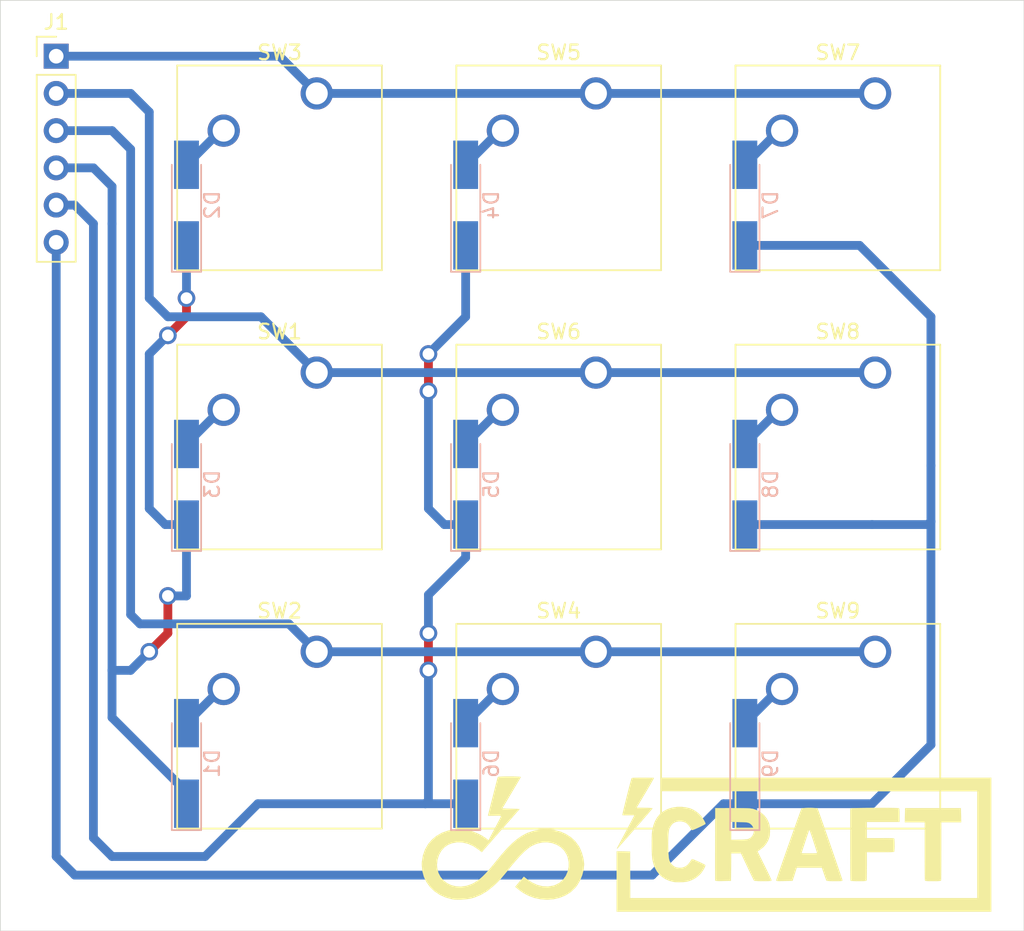
<source format=kicad_pcb>
(kicad_pcb (version 20171130) (host pcbnew "(5.1.4)-1")

  (general
    (thickness 1.6)
    (drawings 4)
    (tracks 101)
    (zones 0)
    (modules 21)
    (nets 16)
  )

  (page A4)
  (layers
    (0 F.Cu signal hide)
    (31 B.Cu signal)
    (32 B.Adhes user)
    (33 F.Adhes user)
    (34 B.Paste user)
    (35 F.Paste user)
    (36 B.SilkS user)
    (37 F.SilkS user)
    (38 B.Mask user)
    (39 F.Mask user)
    (40 Dwgs.User user)
    (41 Cmts.User user)
    (42 Eco1.User user)
    (43 Eco2.User user)
    (44 Edge.Cuts user)
    (45 Margin user)
    (46 B.CrtYd user)
    (47 F.CrtYd user)
    (48 B.Fab user)
    (49 F.Fab user)
  )

  (setup
    (last_trace_width 0.25)
    (user_trace_width 0.6)
    (trace_clearance 0.2)
    (zone_clearance 0.508)
    (zone_45_only no)
    (trace_min 0.2)
    (via_size 0.8)
    (via_drill 0.4)
    (via_min_size 0.4)
    (via_min_drill 0.3)
    (user_via 1.2 0.8)
    (uvia_size 0.3)
    (uvia_drill 0.1)
    (uvias_allowed no)
    (uvia_min_size 0.2)
    (uvia_min_drill 0.1)
    (edge_width 0.05)
    (segment_width 0.2)
    (pcb_text_width 0.3)
    (pcb_text_size 1.5 1.5)
    (mod_edge_width 0.12)
    (mod_text_size 1 1)
    (mod_text_width 0.15)
    (pad_size 1.524 1.524)
    (pad_drill 0.762)
    (pad_to_mask_clearance 0.051)
    (solder_mask_min_width 0.25)
    (aux_axis_origin 0 0)
    (visible_elements 7FFFFFFF)
    (pcbplotparams
      (layerselection 0x010fc_ffffffff)
      (usegerberextensions false)
      (usegerberattributes false)
      (usegerberadvancedattributes false)
      (creategerberjobfile false)
      (excludeedgelayer true)
      (linewidth 0.100000)
      (plotframeref false)
      (viasonmask false)
      (mode 1)
      (useauxorigin false)
      (hpglpennumber 1)
      (hpglpenspeed 20)
      (hpglpendiameter 15.000000)
      (psnegative false)
      (psa4output false)
      (plotreference true)
      (plotvalue true)
      (plotinvisibletext false)
      (padsonsilk false)
      (subtractmaskfromsilk false)
      (outputformat 1)
      (mirror false)
      (drillshape 1)
      (scaleselection 1)
      (outputdirectory ""))
  )

  (net 0 "")
  (net 1 "Net-(D1-Pad2)")
  (net 2 ROW3)
  (net 3 "Net-(D2-Pad2)")
  (net 4 "Net-(D3-Pad2)")
  (net 5 "Net-(D4-Pad2)")
  (net 6 ROW2)
  (net 7 "Net-(D5-Pad2)")
  (net 8 "Net-(D6-Pad2)")
  (net 9 "Net-(D7-Pad2)")
  (net 10 ROW1)
  (net 11 "Net-(D8-Pad2)")
  (net 12 "Net-(D9-Pad2)")
  (net 13 "Net-(J1-Pad3)")
  (net 14 "Net-(J1-Pad2)")
  (net 15 "Net-(J1-Pad1)")

  (net_class Default "This is the default net class."
    (clearance 0.2)
    (trace_width 0.25)
    (via_dia 0.8)
    (via_drill 0.4)
    (uvia_dia 0.3)
    (uvia_drill 0.1)
    (add_net "Net-(D1-Pad2)")
    (add_net "Net-(D2-Pad2)")
    (add_net "Net-(D3-Pad2)")
    (add_net "Net-(D4-Pad2)")
    (add_net "Net-(D5-Pad2)")
    (add_net "Net-(D6-Pad2)")
    (add_net "Net-(D7-Pad2)")
    (add_net "Net-(D8-Pad2)")
    (add_net "Net-(D9-Pad2)")
    (add_net "Net-(J1-Pad1)")
    (add_net "Net-(J1-Pad2)")
    (add_net "Net-(J1-Pad3)")
    (add_net ROW1)
    (add_net ROW2)
    (add_net ROW3)
  )

  (module tklyeet:vegova_logo (layer F.Cu) (tedit 0) (tstamp 5DB4AEE6)
    (at 76.2 88.9)
    (fp_text reference G*** (at 0 0) (layer F.SilkS) hide
      (effects (font (size 1.524 1.524) (thickness 0.3)))
    )
    (fp_text value LOGO (at 0.75 0) (layer F.SilkS) hide
      (effects (font (size 1.524 1.524) (thickness 0.3)))
    )
    (fp_poly (pts (xy 0.738575 -4.189775) (xy 0.949397 -4.185694) (xy 1.093115 -4.17815) (xy 1.178494 -4.166536)
      (xy 1.214302 -4.150245) (xy 1.215684 -4.138084) (xy 1.1893 -4.089217) (xy 1.125198 -3.977401)
      (xy 1.029081 -3.812375) (xy 0.90665 -3.603877) (xy 0.763606 -3.361645) (xy 0.605651 -3.095415)
      (xy 0.577446 -3.048) (xy -0.039751 -2.010834) (xy 0.552327 -1.989667) (xy 1.144404 -1.9685)
      (xy -0.009881 -0.652477) (xy -0.264138 -0.362602) (xy -0.505704 -0.08721) (xy -0.727811 0.165983)
      (xy -0.923688 0.38926) (xy -1.086566 0.574905) (xy -1.209676 0.715201) (xy -1.286248 0.802433)
      (xy -1.301497 0.819791) (xy -1.438827 0.976035) (xy -1.658824 0.802137) (xy -2.012695 0.566071)
      (xy -2.379906 0.403062) (xy -2.75171 0.314472) (xy -3.11936 0.301664) (xy -3.474107 0.365997)
      (xy -3.748554 0.476915) (xy -4.000246 0.653007) (xy -4.207629 0.890763) (xy -4.364129 1.176055)
      (xy -4.463174 1.494753) (xy -4.498192 1.83273) (xy -4.483433 2.056599) (xy -4.400117 2.385189)
      (xy -4.250999 2.67086) (xy -4.045321 2.909899) (xy -3.792324 3.098591) (xy -3.50125 3.233221)
      (xy -3.18134 3.310076) (xy -2.841836 3.32544) (xy -2.491979 3.2756) (xy -2.141011 3.15684)
      (xy -1.965047 3.068807) (xy -1.773957 2.951676) (xy -1.586049 2.813373) (xy -1.392903 2.645557)
      (xy -1.186097 2.439891) (xy -0.957209 2.188034) (xy -0.697819 1.881648) (xy -0.422702 1.541559)
      (xy -0.043658 1.081782) (xy 0.306432 0.692551) (xy 0.634479 0.367715) (xy 0.947392 0.101125)
      (xy 1.252084 -0.113369) (xy 1.555464 -0.281917) (xy 1.699665 -0.347053) (xy 2.14733 -0.497183)
      (xy 2.601014 -0.578304) (xy 3.051601 -0.593154) (xy 3.489973 -0.544471) (xy 3.907012 -0.434993)
      (xy 4.293601 -0.267457) (xy 4.640621 -0.044602) (xy 4.938956 0.230835) (xy 5.179487 0.556115)
      (xy 5.269753 0.724968) (xy 5.390939 1.026268) (xy 5.481893 1.345887) (xy 5.534459 1.651279)
      (xy 5.544197 1.820333) (xy 5.509401 2.177081) (xy 5.411681 2.550697) (xy 5.261042 2.915032)
      (xy 5.067485 3.24394) (xy 4.934567 3.413796) (xy 4.627439 3.700641) (xy 4.273272 3.924802)
      (xy 3.882191 4.086047) (xy 3.464325 4.184144) (xy 3.029802 4.21886) (xy 2.588748 4.189964)
      (xy 2.151291 4.097225) (xy 1.72756 3.940409) (xy 1.32768 3.719285) (xy 1.040012 3.503011)
      (xy 0.845536 3.336778) (xy 0.972288 3.181806) (xy 1.075577 3.057953) (xy 1.199077 2.913166)
      (xy 1.265373 2.836766) (xy 1.431705 2.646699) (xy 1.600663 2.782478) (xy 1.965876 3.032879)
      (xy 2.3402 3.206937) (xy 2.71717 3.303232) (xy 3.090321 3.320345) (xy 3.453188 3.256856)
      (xy 3.575026 3.215916) (xy 3.867648 3.062176) (xy 4.109963 2.849005) (xy 4.297633 2.588073)
      (xy 4.426321 2.291051) (xy 4.491688 1.969608) (xy 4.489396 1.635413) (xy 4.415108 1.300138)
      (xy 4.348857 1.134118) (xy 4.176555 0.857913) (xy 3.94685 0.634104) (xy 3.670863 0.465357)
      (xy 3.359712 0.354335) (xy 3.024519 0.303706) (xy 2.676403 0.316133) (xy 2.326484 0.394283)
      (xy 1.985881 0.54082) (xy 1.952176 0.559673) (xy 1.720515 0.71871) (xy 1.453998 0.949681)
      (xy 1.156166 1.249059) (xy 0.830561 1.613318) (xy 0.536865 1.9685) (xy 0.30065 2.261655)
      (xy 0.105567 2.499401) (xy -0.058897 2.693418) (xy -0.203257 2.855385) (xy -0.33803 2.996982)
      (xy -0.473728 3.129889) (xy -0.620868 3.265785) (xy -0.674046 3.313563) (xy -1.078906 3.6361)
      (xy -1.491419 3.883188) (xy -1.9275 4.063638) (xy -2.144653 4.127812) (xy -2.338201 4.165266)
      (xy -2.58137 4.193308) (xy -2.845742 4.210518) (xy -3.102903 4.215475) (xy -3.324434 4.206759)
      (xy -3.439016 4.192518) (xy -3.895422 4.071322) (xy -4.306449 3.886505) (xy -4.667008 3.644303)
      (xy -4.97201 3.350951) (xy -5.216365 3.012683) (xy -5.394982 2.635734) (xy -5.502773 2.22634)
      (xy -5.534646 1.790735) (xy -5.527045 1.634734) (xy -5.452645 1.189082) (xy -5.307608 0.783443)
      (xy -5.098011 0.421999) (xy -4.829931 0.108938) (xy -4.509444 -0.151557) (xy -4.142627 -0.355301)
      (xy -3.735557 -0.498107) (xy -3.294309 -0.575792) (xy -2.824962 -0.58417) (xy -2.384974 -0.529266)
      (xy -2.087063 -0.448916) (xy -1.765617 -0.323251) (xy -1.455743 -0.168029) (xy -1.192543 0.000993)
      (xy -1.176325 0.013278) (xy -0.976818 0.166368) (xy -0.694678 -0.371899) (xy -0.578369 -0.593329)
      (xy -0.461986 -0.814095) (xy -0.357991 -1.010604) (xy -0.278851 -1.159261) (xy -0.269769 -1.176208)
      (xy -0.199024 -1.314177) (xy -0.147955 -1.425488) (xy -0.127064 -1.487151) (xy -0.127 -1.488674)
      (xy -0.162261 -1.510489) (xy -0.270903 -1.52072) (xy -0.457217 -1.519625) (xy -0.5715 -1.51533)
      (xy -0.753852 -1.509143) (xy -0.899967 -1.507844) (xy -0.992395 -1.511359) (xy -1.016 -1.517276)
      (xy -1.005987 -1.561279) (xy -0.97799 -1.675252) (xy -0.935069 -1.847157) (xy -0.880287 -2.064955)
      (xy -0.816705 -2.316606) (xy -0.747383 -2.590073) (xy -0.675385 -2.873315) (xy -0.60377 -3.154295)
      (xy -0.535601 -3.420974) (xy -0.47394 -3.661313) (xy -0.421846 -3.863272) (xy -0.382383 -4.014814)
      (xy -0.358611 -4.103899) (xy -0.354916 -4.116917) (xy -0.340361 -4.143096) (xy -0.306813 -4.162314)
      (xy -0.242768 -4.175627) (xy -0.136719 -4.184093) (xy 0.022838 -4.188766) (xy 0.24741 -4.190705)
      (xy 0.451882 -4.191) (xy 0.738575 -4.189775)) (layer F.SilkS) (width 0.01))
  )

  (module tklyeet:vc (layer F.Cu) (tedit 0) (tstamp 5DB4AEBB)
    (at 96.52 89.535)
    (fp_text reference G*** (at 0 0) (layer F.SilkS) hide
      (effects (font (size 1.524 1.524) (thickness 0.3)))
    )
    (fp_text value LOGO (at 0.75 0) (layer F.SilkS) hide
      (effects (font (size 1.524 1.524) (thickness 0.3)))
    )
    (fp_poly (pts (xy -10.570864 -4.740761) (xy -10.390897 -4.739147) (xy -10.237495 -4.73665) (xy -10.118238 -4.733425)
      (xy -10.040706 -4.729629) (xy -10.012637 -4.725674) (xy -10.023216 -4.698874) (xy -10.059909 -4.628798)
      (xy -10.119794 -4.520572) (xy -10.19995 -4.379323) (xy -10.297455 -4.210178) (xy -10.409386 -4.018263)
      (xy -10.532821 -3.808705) (xy -10.595737 -3.702619) (xy -11.194496 -2.695222) (xy -10.649026 -2.68757)
      (xy -10.480534 -2.684068) (xy -10.333179 -2.678828) (xy -10.215556 -2.672337) (xy -10.13626 -2.665081)
      (xy -10.103883 -2.657545) (xy -10.103555 -2.656735) (xy -10.121642 -2.630806) (xy -10.173371 -2.567092)
      (xy -10.25495 -2.469921) (xy -10.362582 -2.343617) (xy -10.492475 -2.192506) (xy -10.640834 -2.020914)
      (xy -10.803864 -1.833167) (xy -10.977771 -1.63359) (xy -11.15876 -1.42651) (xy -11.343038 -1.216251)
      (xy -11.52681 -1.00714) (xy -11.706281 -0.803503) (xy -11.877658 -0.609666) (xy -12.037145 -0.429953)
      (xy -12.180949 -0.268692) (xy -12.305275 -0.130207) (xy -12.406329 -0.018824) (xy -12.480317 0.06113)
      (xy -12.523443 0.10533) (xy -12.532934 0.112889) (xy -12.534594 0.09056) (xy -12.512398 0.031648)
      (xy -12.471035 -0.051738) (xy -12.46463 -0.0635) (xy -12.421512 -0.14278) (xy -12.359581 -0.25789)
      (xy -12.282142 -0.402589) (xy -12.192501 -0.570638) (xy -12.093962 -0.755796) (xy -11.98983 -0.951823)
      (xy -11.883411 -1.152478) (xy -11.77801 -1.351522) (xy -11.676932 -1.542714) (xy -11.583482 -1.719813)
      (xy -11.500965 -1.87658) (xy -11.432687 -2.006774) (xy -11.381953 -2.104156) (xy -11.352067 -2.162483)
      (xy -11.345315 -2.176804) (xy -11.371841 -2.17988) (xy -11.444732 -2.181219) (xy -11.553933 -2.180808)
      (xy -11.689391 -2.17863) (xy -11.743299 -2.177395) (xy -11.888117 -2.175471) (xy -12.012599 -2.176931)
      (xy -12.105941 -2.181414) (xy -12.157337 -2.188555) (xy -12.16332 -2.191506) (xy -12.160298 -2.221883)
      (xy -12.144649 -2.300206) (xy -12.11804 -2.419816) (xy -12.082143 -2.574058) (xy -12.038627 -2.756272)
      (xy -11.989162 -2.959801) (xy -11.935418 -3.177988) (xy -11.879063 -3.404174) (xy -11.821768 -3.631703)
      (xy -11.765204 -3.853916) (xy -11.711038 -4.064156) (xy -11.660941 -4.255765) (xy -11.616584 -4.422085)
      (xy -11.579634 -4.55646) (xy -11.551763 -4.65223) (xy -11.53464 -4.702738) (xy -11.532367 -4.707304)
      (xy -11.509193 -4.718403) (xy -11.452042 -4.727069) (xy -11.356507 -4.733497) (xy -11.218184 -4.737885)
      (xy -11.032669 -4.740429) (xy -10.795557 -4.741326) (xy -10.769816 -4.741333) (xy -10.570864 -4.740761)) (layer F.SilkS) (width 0.01))
    (fp_poly (pts (xy 10.943833 -2.180166) (xy 10.951555 -1.693333) (xy 9.595556 -1.693333) (xy 9.595556 0.265803)
      (xy 9.595314 0.594137) (xy 9.594617 0.906483) (xy 9.593503 1.198168) (xy 9.592013 1.464517)
      (xy 9.590187 1.700856) (xy 9.588065 1.902513) (xy 9.585686 2.064813) (xy 9.583091 2.183082)
      (xy 9.58032 2.252647) (xy 9.578425 2.269581) (xy 9.565775 2.285415) (xy 9.536762 2.297077)
      (xy 9.483933 2.305173) (xy 9.399831 2.310313) (xy 9.277001 2.313103) (xy 9.107988 2.314153)
      (xy 9.031111 2.314222) (xy 8.84284 2.313669) (xy 8.703551 2.311603) (xy 8.605787 2.307416)
      (xy 8.542095 2.300501) (xy 8.505018 2.290249) (xy 8.487101 2.276052) (xy 8.483797 2.269581)
      (xy 8.480932 2.234509) (xy 8.478217 2.147667) (xy 8.475692 2.013729) (xy 8.473397 1.837367)
      (xy 8.471372 1.623255) (xy 8.469657 1.376068) (xy 8.468292 1.100479) (xy 8.467317 0.801162)
      (xy 8.466772 0.48279) (xy 8.466667 0.265803) (xy 8.466667 -1.693333) (xy 7.110667 -1.693333)
      (xy 7.118389 -2.180166) (xy 7.126111 -2.667) (xy 10.936111 -2.667) (xy 10.943833 -2.180166)) (layer F.SilkS) (width 0.01))
    (fp_poly (pts (xy 5.614786 -2.681028) (xy 5.858013 -2.680271) (xy 6.081664 -2.67889) (xy 6.279405 -2.676865)
      (xy 6.444899 -2.674176) (xy 6.571813 -2.670806) (xy 6.653811 -2.666734) (xy 6.681611 -2.663323)
      (xy 6.705101 -2.655262) (xy 6.72194 -2.640081) (xy 6.733237 -2.609429) (xy 6.740095 -2.554953)
      (xy 6.743623 -2.468303) (xy 6.744926 -2.341126) (xy 6.745111 -2.18393) (xy 6.745111 -1.721555)
      (xy 4.515556 -1.721555) (xy 4.515556 -0.620889) (xy 5.443869 -0.620889) (xy 5.699784 -0.620638)
      (xy 5.904884 -0.61971) (xy 6.064799 -0.617839) (xy 6.185156 -0.614758) (xy 6.271586 -0.610203)
      (xy 6.329716 -0.603906) (xy 6.365175 -0.595603) (xy 6.383592 -0.585028) (xy 6.389314 -0.576247)
      (xy 6.396191 -0.529947) (xy 6.401259 -0.440348) (xy 6.404517 -0.320565) (xy 6.405967 -0.183714)
      (xy 6.405607 -0.042912) (xy 6.403439 0.088725) (xy 6.399461 0.198082) (xy 6.393674 0.272043)
      (xy 6.389314 0.294025) (xy 6.379389 0.306327) (xy 6.356314 0.316173) (xy 6.31446 0.323829)
      (xy 6.248199 0.32956) (xy 6.151901 0.333632) (xy 6.019938 0.336311) (xy 5.846682 0.337863)
      (xy 5.626503 0.338554) (xy 5.443869 0.338667) (xy 4.515556 0.338667) (xy 4.515556 1.281803)
      (xy 4.515058 1.508569) (xy 4.513644 1.718404) (xy 4.511436 1.904352) (xy 4.508553 2.05946)
      (xy 4.505117 2.176773) (xy 4.501248 2.249334) (xy 4.498425 2.269581) (xy 4.485756 2.285438)
      (xy 4.456701 2.297109) (xy 4.403795 2.305206) (xy 4.31957 2.310339) (xy 4.196557 2.313119)
      (xy 4.027291 2.314157) (xy 3.952795 2.314222) (xy 3.785508 2.313262) (xy 3.637987 2.310591)
      (xy 3.519385 2.306524) (xy 3.43885 2.301374) (xy 3.405534 2.295458) (xy 3.405482 2.295408)
      (xy 3.402666 2.264999) (xy 3.399977 2.182241) (xy 3.397448 2.051231) (xy 3.395108 1.876064)
      (xy 3.39299 1.660835) (xy 3.391124 1.409641) (xy 3.389542 1.126577) (xy 3.388275 0.81574)
      (xy 3.387354 0.481224) (xy 3.38681 0.127126) (xy 3.386667 -0.174735) (xy 3.386667 -2.626064)
      (xy 3.45906 -2.653587) (xy 3.499518 -2.65844) (xy 3.590084 -2.662879) (xy 3.724424 -2.666884)
      (xy 3.896201 -2.670437) (xy 4.099083 -2.673518) (xy 4.326732 -2.676109) (xy 4.572816 -2.678189)
      (xy 4.830997 -2.67974) (xy 5.094943 -2.680743) (xy 5.358317 -2.681179) (xy 5.614786 -2.681028)) (layer F.SilkS) (width 0.01))
    (fp_poly (pts (xy 0.745066 -2.679397) (xy 0.88825 -2.675501) (xy 1.010377 -2.66883) (xy 1.100386 -2.659384)
      (xy 1.147216 -2.647163) (xy 1.150349 -2.644489) (xy 1.164434 -2.611791) (xy 1.195178 -2.530333)
      (xy 1.240978 -2.404739) (xy 1.300232 -2.239629) (xy 1.371336 -2.039627) (xy 1.452688 -1.809355)
      (xy 1.542685 -1.553435) (xy 1.639724 -1.27649) (xy 1.742201 -0.983141) (xy 1.848516 -0.678012)
      (xy 1.957063 -0.365724) (xy 2.066241 -0.0509) (xy 2.174447 0.261837) (xy 2.280078 0.567866)
      (xy 2.381531 0.862565) (xy 2.477202 1.14131) (xy 2.56549 1.399479) (xy 2.644792 1.632451)
      (xy 2.713504 1.835602) (xy 2.770023 2.004311) (xy 2.812748 2.133955) (xy 2.840074 2.219911)
      (xy 2.8504 2.257559) (xy 2.850445 2.258258) (xy 2.848037 2.277724) (xy 2.835835 2.292062)
      (xy 2.80637 2.302055) (xy 2.752171 2.308485) (xy 2.665771 2.312133) (xy 2.539699 2.313782)
      (xy 2.366487 2.314213) (xy 2.315888 2.314222) (xy 2.111784 2.313086) (xy 1.959077 2.309468)
      (xy 1.852758 2.303058) (xy 1.78782 2.293545) (xy 1.759257 2.280618) (xy 1.758499 2.279589)
      (xy 1.741977 2.242003) (xy 1.71128 2.160875) (xy 1.670043 2.046222) (xy 1.621897 1.908064)
      (xy 1.592194 1.820978) (xy 1.448722 1.397) (xy -0.266027 1.397) (xy -0.409633 1.848556)
      (xy -0.55324 2.300111) (xy -1.109176 2.307763) (xy -1.299147 2.310202) (xy -1.440019 2.311093)
      (xy -1.53913 2.309758) (xy -1.60382 2.305521) (xy -1.641425 2.297703) (xy -1.659286 2.285627)
      (xy -1.66474 2.268615) (xy -1.665111 2.256435) (xy -1.655882 2.222211) (xy -1.629277 2.139449)
      (xy -1.586924 2.01276) (xy -1.530449 1.846756) (xy -1.461478 1.646049) (xy -1.381638 1.415249)
      (xy -1.292554 1.158968) (xy -1.195853 0.881819) (xy -1.093162 0.588412) (xy -1.022849 0.388056)
      (xy 0.063744 0.388056) (xy 0.071039 0.40077) (xy 0.107707 0.410234) (xy 0.179511 0.416831)
      (xy 0.292215 0.420946) (xy 0.451582 0.422964) (xy 0.592667 0.423334) (xy 0.788112 0.422536)
      (xy 0.932888 0.419889) (xy 1.032753 0.415009) (xy 1.093462 0.407513) (xy 1.120774 0.397019)
      (xy 1.123232 0.388056) (xy 1.111891 0.353034) (xy 1.08557 0.271342) (xy 1.046543 0.150052)
      (xy 0.997084 -0.003765) (xy 0.939469 -0.183036) (xy 0.875971 -0.38069) (xy 0.860144 -0.429965)
      (xy 0.795746 -0.627798) (xy 0.736123 -0.805861) (xy 0.68357 -0.957703) (xy 0.640382 -1.076872)
      (xy 0.608854 -1.156913) (xy 0.59128 -1.191376) (xy 0.589158 -1.191965) (xy 0.575727 -1.160699)
      (xy 0.547503 -1.082672) (xy 0.506867 -0.964893) (xy 0.4562 -0.814369) (xy 0.397881 -0.63811)
      (xy 0.334291 -0.443123) (xy 0.323323 -0.409222) (xy 0.259194 -0.210977) (xy 0.200348 -0.029455)
      (xy 0.149121 0.12817) (xy 0.10785 0.254723) (xy 0.078869 0.343031) (xy 0.064515 0.385918)
      (xy 0.063744 0.388056) (xy -1.022849 0.388056) (xy -0.986106 0.28336) (xy -0.876313 -0.028726)
      (xy -0.765408 -0.343235) (xy -0.655018 -0.655555) (xy -0.546768 -0.961075) (xy -0.442286 -1.255182)
      (xy -0.343198 -1.533265) (xy -0.25113 -1.790713) (xy -0.167708 -2.022914) (xy -0.094559 -2.225256)
      (xy -0.033308 -2.393128) (xy 0.014417 -2.521918) (xy 0.04699 -2.607015) (xy 0.062785 -2.643807)
      (xy 0.063248 -2.644489) (xy 0.100471 -2.657245) (xy 0.183008 -2.667226) (xy 0.299798 -2.674432)
      (xy 0.439779 -2.678862) (xy 0.591889 -2.680517) (xy 0.745066 -2.679397)) (layer F.SilkS) (width 0.01))
    (fp_poly (pts (xy -4.332871 -2.66684) (xy -4.073461 -2.665913) (xy -3.858156 -2.66355) (xy -3.680786 -2.65908)
      (xy -3.535182 -2.651833) (xy -3.415173 -2.64114) (xy -3.314589 -2.62633) (xy -3.227262 -2.606733)
      (xy -3.147021 -2.581679) (xy -3.067696 -2.550498) (xy -2.983118 -2.51252) (xy -2.912381 -2.479104)
      (xy -2.667627 -2.332492) (xy -2.460048 -2.145317) (xy -2.293707 -1.922482) (xy -2.172667 -1.668893)
      (xy -2.131658 -1.536938) (xy -2.104052 -1.379325) (xy -2.091133 -1.190115) (xy -2.092902 -0.992211)
      (xy -2.109358 -0.808517) (xy -2.131658 -0.692617) (xy -2.224792 -0.441242) (xy -2.365004 -0.207895)
      (xy -2.544154 -0.003401) (xy -2.754105 0.161409) (xy -2.790133 0.183445) (xy -2.867081 0.232002)
      (xy -2.919504 0.271334) (xy -2.934551 0.289439) (xy -2.922461 0.31863) (xy -2.887766 0.392625)
      (xy -2.833216 0.505797) (xy -2.76156 0.652521) (xy -2.675549 0.827172) (xy -2.577931 1.024124)
      (xy -2.471456 1.23775) (xy -2.45359 1.273486) (xy -2.346207 1.489931) (xy -2.247933 1.691407)
      (xy -2.161441 1.872169) (xy -2.089408 2.026476) (xy -2.034508 2.148582) (xy -1.999416 2.232745)
      (xy -1.986808 2.273221) (xy -1.987037 2.275214) (xy -2.002382 2.288855) (xy -2.040884 2.299061)
      (xy -2.109092 2.306267) (xy -2.213552 2.310906) (xy -2.360815 2.313412) (xy -2.557427 2.314218)
      (xy -2.575803 2.314222) (xy -2.804675 2.312632) (xy -2.980416 2.307892) (xy -3.102087 2.300051)
      (xy -3.16875 2.289156) (xy -3.180511 2.283311) (xy -3.19932 2.251361) (xy -3.239062 2.174243)
      (xy -3.296816 2.057943) (xy -3.369664 1.90845) (xy -3.454686 1.731753) (xy -3.548962 1.533838)
      (xy -3.641499 1.337866) (xy -4.071575 0.423334) (xy -4.740572 0.423334) (xy -4.748008 1.361722)
      (xy -4.755444 2.300111) (xy -5.285257 2.307792) (xy -5.481014 2.309741) (xy -5.626524 2.308911)
      (xy -5.727927 2.304983) (xy -5.791367 2.297639) (xy -5.822987 2.286559) (xy -5.828764 2.27957)
      (xy -5.830732 2.246561) (xy -5.83245 2.161239) (xy -5.833909 2.027733) (xy -5.835099 1.850173)
      (xy -5.836007 1.63269) (xy -5.836624 1.379415) (xy -5.836939 1.094476) (xy -5.836942 0.782005)
      (xy -5.836621 0.446131) (xy -5.835967 0.090985) (xy -5.835174 -0.211666) (xy -5.834311 -0.502806)
      (xy -4.741333 -0.502806) (xy -4.198055 -0.513831) (xy -3.997221 -0.518801) (xy -3.843906 -0.525029)
      (xy -3.729188 -0.533349) (xy -3.644144 -0.544596) (xy -3.57985 -0.559603) (xy -3.535193 -0.575793)
      (xy -3.39188 -0.663993) (xy -3.286927 -0.783666) (xy -3.220332 -0.925059) (xy -3.192097 -1.078417)
      (xy -3.20222 -1.233987) (xy -3.250703 -1.382016) (xy -3.337544 -1.51275) (xy -3.462745 -1.616435)
      (xy -3.535193 -1.653198) (xy -3.589894 -1.67196) (xy -3.659112 -1.686351) (xy -3.751678 -1.697202)
      (xy -3.876425 -1.705344) (xy -4.042185 -1.711607) (xy -4.198055 -1.715556) (xy -4.741333 -1.727542)
      (xy -4.741333 -0.502806) (xy -5.834311 -0.502806) (xy -5.827889 -2.667) (xy -4.642555 -2.667)
      (xy -4.332871 -2.66684)) (layer F.SilkS) (width 0.01))
    (fp_poly (pts (xy -8.123868 -2.751199) (xy -7.841873 -2.718446) (xy -7.576384 -2.657254) (xy -7.536374 -2.64473)
      (xy -7.349348 -2.56447) (xy -7.154667 -2.448121) (xy -6.971728 -2.309135) (xy -6.819928 -2.160964)
      (xy -6.793501 -2.129543) (xy -6.719931 -2.030087) (xy -6.645971 -1.916358) (xy -6.57904 -1.801499)
      (xy -6.526557 -1.698658) (xy -6.495941 -1.620978) (xy -6.491111 -1.593766) (xy -6.515385 -1.571939)
      (xy -6.581448 -1.532777) (xy -6.679163 -1.481072) (xy -6.798393 -1.421615) (xy -6.929001 -1.3592)
      (xy -7.060848 -1.298617) (xy -7.183798 -1.244659) (xy -7.287714 -1.202118) (xy -7.362458 -1.175785)
      (xy -7.387797 -1.169904) (xy -7.440563 -1.178715) (xy -7.479938 -1.228897) (xy -7.490263 -1.251249)
      (xy -7.564299 -1.385312) (xy -7.66454 -1.51627) (xy -7.773493 -1.622391) (xy -7.811484 -1.650332)
      (xy -7.968711 -1.723607) (xy -8.151213 -1.759625) (xy -8.341879 -1.7584) (xy -8.523599 -1.719952)
      (xy -8.671586 -1.649477) (xy -8.772625 -1.559892) (xy -8.8687 -1.435642) (xy -8.945145 -1.297665)
      (xy -8.976216 -1.21453) (xy -9.000126 -1.09685) (xy -9.018698 -0.933274) (xy -9.03201 -0.734091)
      (xy -9.040139 -0.509589) (xy -9.043161 -0.270056) (xy -9.041154 -0.025781) (xy -9.034195 0.212948)
      (xy -9.022359 0.435843) (xy -9.005725 0.632614) (xy -8.98437 0.792975) (xy -8.960397 0.900229)
      (xy -8.894143 1.043096) (xy -8.792257 1.177024) (xy -8.668408 1.288155) (xy -8.536265 1.362631)
      (xy -8.489329 1.377792) (xy -8.26197 1.410372) (xy -8.053181 1.389974) (xy -7.865256 1.317574)
      (xy -7.700488 1.194148) (xy -7.56117 1.020674) (xy -7.530429 0.969323) (xy -7.467512 0.873644)
      (xy -7.414058 0.824205) (xy -7.393744 0.818445) (xy -7.347132 0.829969) (xy -7.262253 0.861233)
      (xy -7.150019 0.907273) (xy -7.021344 0.963126) (xy -6.88714 1.023827) (xy -6.758322 1.084412)
      (xy -6.645802 1.139918) (xy -6.560493 1.185382) (xy -6.513309 1.215838) (xy -6.508297 1.221183)
      (xy -6.507138 1.269235) (xy -6.534873 1.350814) (xy -6.585484 1.455092) (xy -6.652956 1.571242)
      (xy -6.731273 1.688435) (xy -6.814419 1.795843) (xy -6.849945 1.836094) (xy -7.07555 2.038926)
      (xy -7.33687 2.20104) (xy -7.577667 2.301807) (xy -7.687802 2.335773) (xy -7.790221 2.35892)
      (xy -7.902067 2.373705) (xy -8.040483 2.38259) (xy -8.170333 2.386816) (xy -8.32268 2.388462)
      (xy -8.467564 2.386176) (xy -8.588772 2.380449) (xy -8.67009 2.371775) (xy -8.671074 2.371598)
      (xy -8.981001 2.288877) (xy -9.260737 2.159877) (xy -9.507732 1.985944) (xy -9.639723 1.859967)
      (xy -9.803262 1.656189) (xy -9.934516 1.425485) (xy -10.037361 1.159503) (xy -10.115673 0.84989)
      (xy -10.120983 0.823044) (xy -10.134082 0.723387) (xy -10.144926 0.577545) (xy -10.153454 0.395738)
      (xy -10.159603 0.188182) (xy -10.16331 -0.034904) (xy -10.164512 -0.263302) (xy -10.163146 -0.486794)
      (xy -10.15915 -0.695163) (xy -10.152462 -0.878191) (xy -10.143017 -1.025659) (xy -10.132877 -1.114778)
      (xy -10.054938 -1.464541) (xy -9.937987 -1.773926) (xy -9.782693 -2.042303) (xy -9.589728 -2.269041)
      (xy -9.359759 -2.45351) (xy -9.093458 -2.595082) (xy -8.791493 -2.693124) (xy -8.454535 -2.747009)
      (xy -8.392722 -2.751805) (xy -8.123868 -2.751199)) (layer F.SilkS) (width 0.01))
    (fp_poly (pts (xy 13.010445 4.402667) (xy -12.558889 4.402667) (xy -12.558889 0.280824) (xy -11.641667 0.296334)
      (xy -11.634376 1.883834) (xy -11.627086 3.471334) (xy 12.050889 3.471334) (xy 12.050889 -3.809927)
      (xy -9.468555 -3.824111) (xy -9.484065 -4.741333) (xy 13.010445 -4.741333) (xy 13.010445 4.402667)) (layer F.SilkS) (width 0.01))
  )

  (module Diode_SMD:D_MiniMELF_Handsoldering (layer B.Cu) (tedit 5905D919) (tstamp 5DB308E8)
    (at 92.71 83.82 90)
    (descr "Diode Mini-MELF Handsoldering")
    (tags "Diode Mini-MELF Handsoldering")
    (path /5DB3B48E)
    (attr smd)
    (fp_text reference D9 (at 0 1.75 90) (layer B.SilkS)
      (effects (font (size 1 1) (thickness 0.15)) (justify mirror))
    )
    (fp_text value D (at 0 -1.75 90) (layer B.Fab)
      (effects (font (size 1 1) (thickness 0.15)) (justify mirror))
    )
    (fp_line (start -4.65 -1.1) (end -4.65 1.1) (layer B.CrtYd) (width 0.05))
    (fp_line (start 4.65 -1.1) (end -4.65 -1.1) (layer B.CrtYd) (width 0.05))
    (fp_line (start 4.65 1.1) (end 4.65 -1.1) (layer B.CrtYd) (width 0.05))
    (fp_line (start -4.65 1.1) (end 4.65 1.1) (layer B.CrtYd) (width 0.05))
    (fp_line (start -0.75 0) (end -0.35 0) (layer B.Fab) (width 0.1))
    (fp_line (start -0.35 0) (end -0.35 0.55) (layer B.Fab) (width 0.1))
    (fp_line (start -0.35 0) (end -0.35 -0.55) (layer B.Fab) (width 0.1))
    (fp_line (start -0.35 0) (end 0.25 0.4) (layer B.Fab) (width 0.1))
    (fp_line (start 0.25 0.4) (end 0.25 -0.4) (layer B.Fab) (width 0.1))
    (fp_line (start 0.25 -0.4) (end -0.35 0) (layer B.Fab) (width 0.1))
    (fp_line (start 0.25 0) (end 0.75 0) (layer B.Fab) (width 0.1))
    (fp_line (start -1.65 0.8) (end 1.65 0.8) (layer B.Fab) (width 0.1))
    (fp_line (start -1.65 -0.8) (end -1.65 0.8) (layer B.Fab) (width 0.1))
    (fp_line (start 1.65 -0.8) (end -1.65 -0.8) (layer B.Fab) (width 0.1))
    (fp_line (start 1.65 0.8) (end 1.65 -0.8) (layer B.Fab) (width 0.1))
    (fp_line (start -4.55 -1) (end 2.75 -1) (layer B.SilkS) (width 0.12))
    (fp_line (start -4.55 1) (end -4.55 -1) (layer B.SilkS) (width 0.12))
    (fp_line (start 2.75 1) (end -4.55 1) (layer B.SilkS) (width 0.12))
    (fp_text user %R (at 0 1.75 90) (layer B.Fab)
      (effects (font (size 1 1) (thickness 0.15)) (justify mirror))
    )
    (pad 2 smd rect (at 2.75 0 90) (size 3.3 1.7) (layers B.Cu B.Paste B.Mask)
      (net 12 "Net-(D9-Pad2)"))
    (pad 1 smd rect (at -2.75 0 90) (size 3.3 1.7) (layers B.Cu B.Paste B.Mask)
      (net 10 ROW1))
    (model ${KISYS3DMOD}/Diode_SMD.3dshapes/D_MiniMELF.wrl
      (at (xyz 0 0 0))
      (scale (xyz 1 1 1))
      (rotate (xyz 0 0 0))
    )
  )

  (module Diode_SMD:D_MiniMELF_Handsoldering (layer B.Cu) (tedit 5905D919) (tstamp 5DB308C9)
    (at 92.71 64.77 90)
    (descr "Diode Mini-MELF Handsoldering")
    (tags "Diode Mini-MELF Handsoldering")
    (path /5DB3B488)
    (attr smd)
    (fp_text reference D8 (at 0 1.75 90) (layer B.SilkS)
      (effects (font (size 1 1) (thickness 0.15)) (justify mirror))
    )
    (fp_text value D (at 0 -1.75 90) (layer B.Fab)
      (effects (font (size 1 1) (thickness 0.15)) (justify mirror))
    )
    (fp_line (start -4.65 -1.1) (end -4.65 1.1) (layer B.CrtYd) (width 0.05))
    (fp_line (start 4.65 -1.1) (end -4.65 -1.1) (layer B.CrtYd) (width 0.05))
    (fp_line (start 4.65 1.1) (end 4.65 -1.1) (layer B.CrtYd) (width 0.05))
    (fp_line (start -4.65 1.1) (end 4.65 1.1) (layer B.CrtYd) (width 0.05))
    (fp_line (start -0.75 0) (end -0.35 0) (layer B.Fab) (width 0.1))
    (fp_line (start -0.35 0) (end -0.35 0.55) (layer B.Fab) (width 0.1))
    (fp_line (start -0.35 0) (end -0.35 -0.55) (layer B.Fab) (width 0.1))
    (fp_line (start -0.35 0) (end 0.25 0.4) (layer B.Fab) (width 0.1))
    (fp_line (start 0.25 0.4) (end 0.25 -0.4) (layer B.Fab) (width 0.1))
    (fp_line (start 0.25 -0.4) (end -0.35 0) (layer B.Fab) (width 0.1))
    (fp_line (start 0.25 0) (end 0.75 0) (layer B.Fab) (width 0.1))
    (fp_line (start -1.65 0.8) (end 1.65 0.8) (layer B.Fab) (width 0.1))
    (fp_line (start -1.65 -0.8) (end -1.65 0.8) (layer B.Fab) (width 0.1))
    (fp_line (start 1.65 -0.8) (end -1.65 -0.8) (layer B.Fab) (width 0.1))
    (fp_line (start 1.65 0.8) (end 1.65 -0.8) (layer B.Fab) (width 0.1))
    (fp_line (start -4.55 -1) (end 2.75 -1) (layer B.SilkS) (width 0.12))
    (fp_line (start -4.55 1) (end -4.55 -1) (layer B.SilkS) (width 0.12))
    (fp_line (start 2.75 1) (end -4.55 1) (layer B.SilkS) (width 0.12))
    (fp_text user %R (at 0 1.75 90) (layer B.Fab)
      (effects (font (size 1 1) (thickness 0.15)) (justify mirror))
    )
    (pad 2 smd rect (at 2.75 0 90) (size 3.3 1.7) (layers B.Cu B.Paste B.Mask)
      (net 11 "Net-(D8-Pad2)"))
    (pad 1 smd rect (at -2.75 0 90) (size 3.3 1.7) (layers B.Cu B.Paste B.Mask)
      (net 10 ROW1))
    (model ${KISYS3DMOD}/Diode_SMD.3dshapes/D_MiniMELF.wrl
      (at (xyz 0 0 0))
      (scale (xyz 1 1 1))
      (rotate (xyz 0 0 0))
    )
  )

  (module Diode_SMD:D_MiniMELF_Handsoldering (layer B.Cu) (tedit 5905D919) (tstamp 5DB308AA)
    (at 92.71 45.72 90)
    (descr "Diode Mini-MELF Handsoldering")
    (tags "Diode Mini-MELF Handsoldering")
    (path /5DB3B482)
    (attr smd)
    (fp_text reference D7 (at 0 1.75 90) (layer B.SilkS)
      (effects (font (size 1 1) (thickness 0.15)) (justify mirror))
    )
    (fp_text value D (at 0 -1.75 90) (layer B.Fab)
      (effects (font (size 1 1) (thickness 0.15)) (justify mirror))
    )
    (fp_line (start -4.65 -1.1) (end -4.65 1.1) (layer B.CrtYd) (width 0.05))
    (fp_line (start 4.65 -1.1) (end -4.65 -1.1) (layer B.CrtYd) (width 0.05))
    (fp_line (start 4.65 1.1) (end 4.65 -1.1) (layer B.CrtYd) (width 0.05))
    (fp_line (start -4.65 1.1) (end 4.65 1.1) (layer B.CrtYd) (width 0.05))
    (fp_line (start -0.75 0) (end -0.35 0) (layer B.Fab) (width 0.1))
    (fp_line (start -0.35 0) (end -0.35 0.55) (layer B.Fab) (width 0.1))
    (fp_line (start -0.35 0) (end -0.35 -0.55) (layer B.Fab) (width 0.1))
    (fp_line (start -0.35 0) (end 0.25 0.4) (layer B.Fab) (width 0.1))
    (fp_line (start 0.25 0.4) (end 0.25 -0.4) (layer B.Fab) (width 0.1))
    (fp_line (start 0.25 -0.4) (end -0.35 0) (layer B.Fab) (width 0.1))
    (fp_line (start 0.25 0) (end 0.75 0) (layer B.Fab) (width 0.1))
    (fp_line (start -1.65 0.8) (end 1.65 0.8) (layer B.Fab) (width 0.1))
    (fp_line (start -1.65 -0.8) (end -1.65 0.8) (layer B.Fab) (width 0.1))
    (fp_line (start 1.65 -0.8) (end -1.65 -0.8) (layer B.Fab) (width 0.1))
    (fp_line (start 1.65 0.8) (end 1.65 -0.8) (layer B.Fab) (width 0.1))
    (fp_line (start -4.55 -1) (end 2.75 -1) (layer B.SilkS) (width 0.12))
    (fp_line (start -4.55 1) (end -4.55 -1) (layer B.SilkS) (width 0.12))
    (fp_line (start 2.75 1) (end -4.55 1) (layer B.SilkS) (width 0.12))
    (fp_text user %R (at 0 1.75 90) (layer B.Fab)
      (effects (font (size 1 1) (thickness 0.15)) (justify mirror))
    )
    (pad 2 smd rect (at 2.75 0 90) (size 3.3 1.7) (layers B.Cu B.Paste B.Mask)
      (net 9 "Net-(D7-Pad2)"))
    (pad 1 smd rect (at -2.75 0 90) (size 3.3 1.7) (layers B.Cu B.Paste B.Mask)
      (net 10 ROW1))
    (model ${KISYS3DMOD}/Diode_SMD.3dshapes/D_MiniMELF.wrl
      (at (xyz 0 0 0))
      (scale (xyz 1 1 1))
      (rotate (xyz 0 0 0))
    )
  )

  (module Diode_SMD:D_MiniMELF_Handsoldering (layer B.Cu) (tedit 5905D919) (tstamp 5DB3088B)
    (at 73.66 83.82 90)
    (descr "Diode Mini-MELF Handsoldering")
    (tags "Diode Mini-MELF Handsoldering")
    (path /5DB37749)
    (attr smd)
    (fp_text reference D6 (at 0 1.75 90) (layer B.SilkS)
      (effects (font (size 1 1) (thickness 0.15)) (justify mirror))
    )
    (fp_text value D (at 0 -1.75 90) (layer B.Fab)
      (effects (font (size 1 1) (thickness 0.15)) (justify mirror))
    )
    (fp_line (start -4.65 -1.1) (end -4.65 1.1) (layer B.CrtYd) (width 0.05))
    (fp_line (start 4.65 -1.1) (end -4.65 -1.1) (layer B.CrtYd) (width 0.05))
    (fp_line (start 4.65 1.1) (end 4.65 -1.1) (layer B.CrtYd) (width 0.05))
    (fp_line (start -4.65 1.1) (end 4.65 1.1) (layer B.CrtYd) (width 0.05))
    (fp_line (start -0.75 0) (end -0.35 0) (layer B.Fab) (width 0.1))
    (fp_line (start -0.35 0) (end -0.35 0.55) (layer B.Fab) (width 0.1))
    (fp_line (start -0.35 0) (end -0.35 -0.55) (layer B.Fab) (width 0.1))
    (fp_line (start -0.35 0) (end 0.25 0.4) (layer B.Fab) (width 0.1))
    (fp_line (start 0.25 0.4) (end 0.25 -0.4) (layer B.Fab) (width 0.1))
    (fp_line (start 0.25 -0.4) (end -0.35 0) (layer B.Fab) (width 0.1))
    (fp_line (start 0.25 0) (end 0.75 0) (layer B.Fab) (width 0.1))
    (fp_line (start -1.65 0.8) (end 1.65 0.8) (layer B.Fab) (width 0.1))
    (fp_line (start -1.65 -0.8) (end -1.65 0.8) (layer B.Fab) (width 0.1))
    (fp_line (start 1.65 -0.8) (end -1.65 -0.8) (layer B.Fab) (width 0.1))
    (fp_line (start 1.65 0.8) (end 1.65 -0.8) (layer B.Fab) (width 0.1))
    (fp_line (start -4.55 -1) (end 2.75 -1) (layer B.SilkS) (width 0.12))
    (fp_line (start -4.55 1) (end -4.55 -1) (layer B.SilkS) (width 0.12))
    (fp_line (start 2.75 1) (end -4.55 1) (layer B.SilkS) (width 0.12))
    (fp_text user %R (at 0 1.75 90) (layer B.Fab)
      (effects (font (size 1 1) (thickness 0.15)) (justify mirror))
    )
    (pad 2 smd rect (at 2.75 0 90) (size 3.3 1.7) (layers B.Cu B.Paste B.Mask)
      (net 8 "Net-(D6-Pad2)"))
    (pad 1 smd rect (at -2.75 0 90) (size 3.3 1.7) (layers B.Cu B.Paste B.Mask)
      (net 6 ROW2))
    (model ${KISYS3DMOD}/Diode_SMD.3dshapes/D_MiniMELF.wrl
      (at (xyz 0 0 0))
      (scale (xyz 1 1 1))
      (rotate (xyz 0 0 0))
    )
  )

  (module Diode_SMD:D_MiniMELF_Handsoldering (layer B.Cu) (tedit 5905D919) (tstamp 5DB3086C)
    (at 73.66 64.77 90)
    (descr "Diode Mini-MELF Handsoldering")
    (tags "Diode Mini-MELF Handsoldering")
    (path /5DB37549)
    (attr smd)
    (fp_text reference D5 (at 0 1.75 90) (layer B.SilkS)
      (effects (font (size 1 1) (thickness 0.15)) (justify mirror))
    )
    (fp_text value D (at 0 -1.75 90) (layer B.Fab)
      (effects (font (size 1 1) (thickness 0.15)) (justify mirror))
    )
    (fp_line (start -4.65 -1.1) (end -4.65 1.1) (layer B.CrtYd) (width 0.05))
    (fp_line (start 4.65 -1.1) (end -4.65 -1.1) (layer B.CrtYd) (width 0.05))
    (fp_line (start 4.65 1.1) (end 4.65 -1.1) (layer B.CrtYd) (width 0.05))
    (fp_line (start -4.65 1.1) (end 4.65 1.1) (layer B.CrtYd) (width 0.05))
    (fp_line (start -0.75 0) (end -0.35 0) (layer B.Fab) (width 0.1))
    (fp_line (start -0.35 0) (end -0.35 0.55) (layer B.Fab) (width 0.1))
    (fp_line (start -0.35 0) (end -0.35 -0.55) (layer B.Fab) (width 0.1))
    (fp_line (start -0.35 0) (end 0.25 0.4) (layer B.Fab) (width 0.1))
    (fp_line (start 0.25 0.4) (end 0.25 -0.4) (layer B.Fab) (width 0.1))
    (fp_line (start 0.25 -0.4) (end -0.35 0) (layer B.Fab) (width 0.1))
    (fp_line (start 0.25 0) (end 0.75 0) (layer B.Fab) (width 0.1))
    (fp_line (start -1.65 0.8) (end 1.65 0.8) (layer B.Fab) (width 0.1))
    (fp_line (start -1.65 -0.8) (end -1.65 0.8) (layer B.Fab) (width 0.1))
    (fp_line (start 1.65 -0.8) (end -1.65 -0.8) (layer B.Fab) (width 0.1))
    (fp_line (start 1.65 0.8) (end 1.65 -0.8) (layer B.Fab) (width 0.1))
    (fp_line (start -4.55 -1) (end 2.75 -1) (layer B.SilkS) (width 0.12))
    (fp_line (start -4.55 1) (end -4.55 -1) (layer B.SilkS) (width 0.12))
    (fp_line (start 2.75 1) (end -4.55 1) (layer B.SilkS) (width 0.12))
    (fp_text user %R (at 0 1.75 90) (layer B.Fab)
      (effects (font (size 1 1) (thickness 0.15)) (justify mirror))
    )
    (pad 2 smd rect (at 2.75 0 90) (size 3.3 1.7) (layers B.Cu B.Paste B.Mask)
      (net 7 "Net-(D5-Pad2)"))
    (pad 1 smd rect (at -2.75 0 90) (size 3.3 1.7) (layers B.Cu B.Paste B.Mask)
      (net 6 ROW2))
    (model ${KISYS3DMOD}/Diode_SMD.3dshapes/D_MiniMELF.wrl
      (at (xyz 0 0 0))
      (scale (xyz 1 1 1))
      (rotate (xyz 0 0 0))
    )
  )

  (module Diode_SMD:D_MiniMELF_Handsoldering (layer B.Cu) (tedit 5905D919) (tstamp 5DB3084D)
    (at 73.66 45.72 90)
    (descr "Diode Mini-MELF Handsoldering")
    (tags "Diode Mini-MELF Handsoldering")
    (path /5DB373DA)
    (attr smd)
    (fp_text reference D4 (at 0 1.75 90) (layer B.SilkS)
      (effects (font (size 1 1) (thickness 0.15)) (justify mirror))
    )
    (fp_text value D (at 0 -1.75 90) (layer B.Fab)
      (effects (font (size 1 1) (thickness 0.15)) (justify mirror))
    )
    (fp_line (start -4.65 -1.1) (end -4.65 1.1) (layer B.CrtYd) (width 0.05))
    (fp_line (start 4.65 -1.1) (end -4.65 -1.1) (layer B.CrtYd) (width 0.05))
    (fp_line (start 4.65 1.1) (end 4.65 -1.1) (layer B.CrtYd) (width 0.05))
    (fp_line (start -4.65 1.1) (end 4.65 1.1) (layer B.CrtYd) (width 0.05))
    (fp_line (start -0.75 0) (end -0.35 0) (layer B.Fab) (width 0.1))
    (fp_line (start -0.35 0) (end -0.35 0.55) (layer B.Fab) (width 0.1))
    (fp_line (start -0.35 0) (end -0.35 -0.55) (layer B.Fab) (width 0.1))
    (fp_line (start -0.35 0) (end 0.25 0.4) (layer B.Fab) (width 0.1))
    (fp_line (start 0.25 0.4) (end 0.25 -0.4) (layer B.Fab) (width 0.1))
    (fp_line (start 0.25 -0.4) (end -0.35 0) (layer B.Fab) (width 0.1))
    (fp_line (start 0.25 0) (end 0.75 0) (layer B.Fab) (width 0.1))
    (fp_line (start -1.65 0.8) (end 1.65 0.8) (layer B.Fab) (width 0.1))
    (fp_line (start -1.65 -0.8) (end -1.65 0.8) (layer B.Fab) (width 0.1))
    (fp_line (start 1.65 -0.8) (end -1.65 -0.8) (layer B.Fab) (width 0.1))
    (fp_line (start 1.65 0.8) (end 1.65 -0.8) (layer B.Fab) (width 0.1))
    (fp_line (start -4.55 -1) (end 2.75 -1) (layer B.SilkS) (width 0.12))
    (fp_line (start -4.55 1) (end -4.55 -1) (layer B.SilkS) (width 0.12))
    (fp_line (start 2.75 1) (end -4.55 1) (layer B.SilkS) (width 0.12))
    (fp_text user %R (at 0 1.75 90) (layer B.Fab)
      (effects (font (size 1 1) (thickness 0.15)) (justify mirror))
    )
    (pad 2 smd rect (at 2.75 0 90) (size 3.3 1.7) (layers B.Cu B.Paste B.Mask)
      (net 5 "Net-(D4-Pad2)"))
    (pad 1 smd rect (at -2.75 0 90) (size 3.3 1.7) (layers B.Cu B.Paste B.Mask)
      (net 6 ROW2))
    (model ${KISYS3DMOD}/Diode_SMD.3dshapes/D_MiniMELF.wrl
      (at (xyz 0 0 0))
      (scale (xyz 1 1 1))
      (rotate (xyz 0 0 0))
    )
  )

  (module Diode_SMD:D_MiniMELF_Handsoldering (layer B.Cu) (tedit 5905D919) (tstamp 5DB3082E)
    (at 54.61 64.77 90)
    (descr "Diode Mini-MELF Handsoldering")
    (tags "Diode Mini-MELF Handsoldering")
    (path /5DB37C62)
    (attr smd)
    (fp_text reference D3 (at 0 1.75 90) (layer B.SilkS)
      (effects (font (size 1 1) (thickness 0.15)) (justify mirror))
    )
    (fp_text value D (at 0 -1.75 90) (layer B.Fab)
      (effects (font (size 1 1) (thickness 0.15)) (justify mirror))
    )
    (fp_line (start -4.65 -1.1) (end -4.65 1.1) (layer B.CrtYd) (width 0.05))
    (fp_line (start 4.65 -1.1) (end -4.65 -1.1) (layer B.CrtYd) (width 0.05))
    (fp_line (start 4.65 1.1) (end 4.65 -1.1) (layer B.CrtYd) (width 0.05))
    (fp_line (start -4.65 1.1) (end 4.65 1.1) (layer B.CrtYd) (width 0.05))
    (fp_line (start -0.75 0) (end -0.35 0) (layer B.Fab) (width 0.1))
    (fp_line (start -0.35 0) (end -0.35 0.55) (layer B.Fab) (width 0.1))
    (fp_line (start -0.35 0) (end -0.35 -0.55) (layer B.Fab) (width 0.1))
    (fp_line (start -0.35 0) (end 0.25 0.4) (layer B.Fab) (width 0.1))
    (fp_line (start 0.25 0.4) (end 0.25 -0.4) (layer B.Fab) (width 0.1))
    (fp_line (start 0.25 -0.4) (end -0.35 0) (layer B.Fab) (width 0.1))
    (fp_line (start 0.25 0) (end 0.75 0) (layer B.Fab) (width 0.1))
    (fp_line (start -1.65 0.8) (end 1.65 0.8) (layer B.Fab) (width 0.1))
    (fp_line (start -1.65 -0.8) (end -1.65 0.8) (layer B.Fab) (width 0.1))
    (fp_line (start 1.65 -0.8) (end -1.65 -0.8) (layer B.Fab) (width 0.1))
    (fp_line (start 1.65 0.8) (end 1.65 -0.8) (layer B.Fab) (width 0.1))
    (fp_line (start -4.55 -1) (end 2.75 -1) (layer B.SilkS) (width 0.12))
    (fp_line (start -4.55 1) (end -4.55 -1) (layer B.SilkS) (width 0.12))
    (fp_line (start 2.75 1) (end -4.55 1) (layer B.SilkS) (width 0.12))
    (fp_text user %R (at 0 1.75 90) (layer B.Fab)
      (effects (font (size 1 1) (thickness 0.15)) (justify mirror))
    )
    (pad 2 smd rect (at 2.75 0 90) (size 3.3 1.7) (layers B.Cu B.Paste B.Mask)
      (net 4 "Net-(D3-Pad2)"))
    (pad 1 smd rect (at -2.75 0 90) (size 3.3 1.7) (layers B.Cu B.Paste B.Mask)
      (net 2 ROW3))
    (model ${KISYS3DMOD}/Diode_SMD.3dshapes/D_MiniMELF.wrl
      (at (xyz 0 0 0))
      (scale (xyz 1 1 1))
      (rotate (xyz 0 0 0))
    )
  )

  (module Diode_SMD:D_MiniMELF_Handsoldering (layer B.Cu) (tedit 5905D919) (tstamp 5DB3080F)
    (at 54.61 45.72 90)
    (descr "Diode Mini-MELF Handsoldering")
    (tags "Diode Mini-MELF Handsoldering")
    (path /5DB30197)
    (attr smd)
    (fp_text reference D2 (at 0 1.75 90) (layer B.SilkS)
      (effects (font (size 1 1) (thickness 0.15)) (justify mirror))
    )
    (fp_text value D (at 0 -1.75 90) (layer B.Fab)
      (effects (font (size 1 1) (thickness 0.15)) (justify mirror))
    )
    (fp_line (start -4.65 -1.1) (end -4.65 1.1) (layer B.CrtYd) (width 0.05))
    (fp_line (start 4.65 -1.1) (end -4.65 -1.1) (layer B.CrtYd) (width 0.05))
    (fp_line (start 4.65 1.1) (end 4.65 -1.1) (layer B.CrtYd) (width 0.05))
    (fp_line (start -4.65 1.1) (end 4.65 1.1) (layer B.CrtYd) (width 0.05))
    (fp_line (start -0.75 0) (end -0.35 0) (layer B.Fab) (width 0.1))
    (fp_line (start -0.35 0) (end -0.35 0.55) (layer B.Fab) (width 0.1))
    (fp_line (start -0.35 0) (end -0.35 -0.55) (layer B.Fab) (width 0.1))
    (fp_line (start -0.35 0) (end 0.25 0.4) (layer B.Fab) (width 0.1))
    (fp_line (start 0.25 0.4) (end 0.25 -0.4) (layer B.Fab) (width 0.1))
    (fp_line (start 0.25 -0.4) (end -0.35 0) (layer B.Fab) (width 0.1))
    (fp_line (start 0.25 0) (end 0.75 0) (layer B.Fab) (width 0.1))
    (fp_line (start -1.65 0.8) (end 1.65 0.8) (layer B.Fab) (width 0.1))
    (fp_line (start -1.65 -0.8) (end -1.65 0.8) (layer B.Fab) (width 0.1))
    (fp_line (start 1.65 -0.8) (end -1.65 -0.8) (layer B.Fab) (width 0.1))
    (fp_line (start 1.65 0.8) (end 1.65 -0.8) (layer B.Fab) (width 0.1))
    (fp_line (start -4.55 -1) (end 2.75 -1) (layer B.SilkS) (width 0.12))
    (fp_line (start -4.55 1) (end -4.55 -1) (layer B.SilkS) (width 0.12))
    (fp_line (start 2.75 1) (end -4.55 1) (layer B.SilkS) (width 0.12))
    (fp_text user %R (at 0 1.75 90) (layer B.Fab)
      (effects (font (size 1 1) (thickness 0.15)) (justify mirror))
    )
    (pad 2 smd rect (at 2.75 0 90) (size 3.3 1.7) (layers B.Cu B.Paste B.Mask)
      (net 3 "Net-(D2-Pad2)"))
    (pad 1 smd rect (at -2.75 0 90) (size 3.3 1.7) (layers B.Cu B.Paste B.Mask)
      (net 2 ROW3))
    (model ${KISYS3DMOD}/Diode_SMD.3dshapes/D_MiniMELF.wrl
      (at (xyz 0 0 0))
      (scale (xyz 1 1 1))
      (rotate (xyz 0 0 0))
    )
  )

  (module Diode_SMD:D_MiniMELF_Handsoldering (layer B.Cu) (tedit 5905D919) (tstamp 5DB307F0)
    (at 54.61 83.82 90)
    (descr "Diode Mini-MELF Handsoldering")
    (tags "Diode Mini-MELF Handsoldering")
    (path /5DB37A84)
    (attr smd)
    (fp_text reference D1 (at 0 1.75 90) (layer B.SilkS)
      (effects (font (size 1 1) (thickness 0.15)) (justify mirror))
    )
    (fp_text value D (at 0 -1.75 90) (layer B.Fab)
      (effects (font (size 1 1) (thickness 0.15)) (justify mirror))
    )
    (fp_line (start -4.65 -1.1) (end -4.65 1.1) (layer B.CrtYd) (width 0.05))
    (fp_line (start 4.65 -1.1) (end -4.65 -1.1) (layer B.CrtYd) (width 0.05))
    (fp_line (start 4.65 1.1) (end 4.65 -1.1) (layer B.CrtYd) (width 0.05))
    (fp_line (start -4.65 1.1) (end 4.65 1.1) (layer B.CrtYd) (width 0.05))
    (fp_line (start -0.75 0) (end -0.35 0) (layer B.Fab) (width 0.1))
    (fp_line (start -0.35 0) (end -0.35 0.55) (layer B.Fab) (width 0.1))
    (fp_line (start -0.35 0) (end -0.35 -0.55) (layer B.Fab) (width 0.1))
    (fp_line (start -0.35 0) (end 0.25 0.4) (layer B.Fab) (width 0.1))
    (fp_line (start 0.25 0.4) (end 0.25 -0.4) (layer B.Fab) (width 0.1))
    (fp_line (start 0.25 -0.4) (end -0.35 0) (layer B.Fab) (width 0.1))
    (fp_line (start 0.25 0) (end 0.75 0) (layer B.Fab) (width 0.1))
    (fp_line (start -1.65 0.8) (end 1.65 0.8) (layer B.Fab) (width 0.1))
    (fp_line (start -1.65 -0.8) (end -1.65 0.8) (layer B.Fab) (width 0.1))
    (fp_line (start 1.65 -0.8) (end -1.65 -0.8) (layer B.Fab) (width 0.1))
    (fp_line (start 1.65 0.8) (end 1.65 -0.8) (layer B.Fab) (width 0.1))
    (fp_line (start -4.55 -1) (end 2.75 -1) (layer B.SilkS) (width 0.12))
    (fp_line (start -4.55 1) (end -4.55 -1) (layer B.SilkS) (width 0.12))
    (fp_line (start 2.75 1) (end -4.55 1) (layer B.SilkS) (width 0.12))
    (fp_text user %R (at 0 1.75 90) (layer B.Fab)
      (effects (font (size 1 1) (thickness 0.15)) (justify mirror))
    )
    (pad 2 smd rect (at 2.75 0 90) (size 3.3 1.7) (layers B.Cu B.Paste B.Mask)
      (net 1 "Net-(D1-Pad2)"))
    (pad 1 smd rect (at -2.75 0 90) (size 3.3 1.7) (layers B.Cu B.Paste B.Mask)
      (net 2 ROW3))
    (model ${KISYS3DMOD}/Diode_SMD.3dshapes/D_MiniMELF.wrl
      (at (xyz 0 0 0))
      (scale (xyz 1 1 1))
      (rotate (xyz 0 0 0))
    )
  )

  (module Connector_PinHeader_2.54mm:PinHeader_1x06_P2.54mm_Vertical (layer F.Cu) (tedit 59FED5CC) (tstamp 5DB3094F)
    (at 45.72 35.56)
    (descr "Through hole straight pin header, 1x06, 2.54mm pitch, single row")
    (tags "Through hole pin header THT 1x06 2.54mm single row")
    (path /5DB2F25D)
    (fp_text reference J1 (at 0 -2.33) (layer F.SilkS)
      (effects (font (size 1 1) (thickness 0.15)))
    )
    (fp_text value Conn_01x06_Female (at 0 15.03) (layer F.Fab)
      (effects (font (size 1 1) (thickness 0.15)))
    )
    (fp_text user %R (at 0 6.35 90) (layer F.Fab)
      (effects (font (size 1 1) (thickness 0.15)))
    )
    (fp_line (start 1.8 -1.8) (end -1.8 -1.8) (layer F.CrtYd) (width 0.05))
    (fp_line (start 1.8 14.5) (end 1.8 -1.8) (layer F.CrtYd) (width 0.05))
    (fp_line (start -1.8 14.5) (end 1.8 14.5) (layer F.CrtYd) (width 0.05))
    (fp_line (start -1.8 -1.8) (end -1.8 14.5) (layer F.CrtYd) (width 0.05))
    (fp_line (start -1.33 -1.33) (end 0 -1.33) (layer F.SilkS) (width 0.12))
    (fp_line (start -1.33 0) (end -1.33 -1.33) (layer F.SilkS) (width 0.12))
    (fp_line (start -1.33 1.27) (end 1.33 1.27) (layer F.SilkS) (width 0.12))
    (fp_line (start 1.33 1.27) (end 1.33 14.03) (layer F.SilkS) (width 0.12))
    (fp_line (start -1.33 1.27) (end -1.33 14.03) (layer F.SilkS) (width 0.12))
    (fp_line (start -1.33 14.03) (end 1.33 14.03) (layer F.SilkS) (width 0.12))
    (fp_line (start -1.27 -0.635) (end -0.635 -1.27) (layer F.Fab) (width 0.1))
    (fp_line (start -1.27 13.97) (end -1.27 -0.635) (layer F.Fab) (width 0.1))
    (fp_line (start 1.27 13.97) (end -1.27 13.97) (layer F.Fab) (width 0.1))
    (fp_line (start 1.27 -1.27) (end 1.27 13.97) (layer F.Fab) (width 0.1))
    (fp_line (start -0.635 -1.27) (end 1.27 -1.27) (layer F.Fab) (width 0.1))
    (pad 6 thru_hole oval (at 0 12.7) (size 1.7 1.7) (drill 1) (layers *.Cu *.Mask)
      (net 10 ROW1))
    (pad 5 thru_hole oval (at 0 10.16) (size 1.7 1.7) (drill 1) (layers *.Cu *.Mask)
      (net 6 ROW2))
    (pad 4 thru_hole oval (at 0 7.62) (size 1.7 1.7) (drill 1) (layers *.Cu *.Mask)
      (net 2 ROW3))
    (pad 3 thru_hole oval (at 0 5.08) (size 1.7 1.7) (drill 1) (layers *.Cu *.Mask)
      (net 13 "Net-(J1-Pad3)"))
    (pad 2 thru_hole oval (at 0 2.54) (size 1.7 1.7) (drill 1) (layers *.Cu *.Mask)
      (net 14 "Net-(J1-Pad2)"))
    (pad 1 thru_hole rect (at 0 0) (size 1.7 1.7) (drill 1) (layers *.Cu *.Mask)
      (net 15 "Net-(J1-Pad1)"))
    (model ${KISYS3DMOD}/Connector_PinHeader_2.54mm.3dshapes/PinHeader_1x06_P2.54mm_Vertical.wrl
      (at (xyz 0 0 0))
      (scale (xyz 1 1 1))
      (rotate (xyz 0 0 0))
    )
  )

  (module Button_Switch_Keyboard:SW_Cherry_MX_1.00u_Plate (layer F.Cu) (tedit 5A02FE24) (tstamp 5DB30A27)
    (at 101.6 76.2)
    (descr "Cherry MX keyswitch, 1.00u, plate mount, http://cherryamericas.com/wp-content/uploads/2014/12/mx_cat.pdf")
    (tags "Cherry MX keyswitch 1.00u plate")
    (path /5DB329F7)
    (fp_text reference SW9 (at -2.54 -2.794) (layer F.SilkS)
      (effects (font (size 1 1) (thickness 0.15)))
    )
    (fp_text value SW_Push (at -2.54 12.954) (layer F.Fab)
      (effects (font (size 1 1) (thickness 0.15)))
    )
    (fp_line (start -9.525 12.065) (end -9.525 -1.905) (layer F.SilkS) (width 0.12))
    (fp_line (start 4.445 12.065) (end -9.525 12.065) (layer F.SilkS) (width 0.12))
    (fp_line (start 4.445 -1.905) (end 4.445 12.065) (layer F.SilkS) (width 0.12))
    (fp_line (start -9.525 -1.905) (end 4.445 -1.905) (layer F.SilkS) (width 0.12))
    (fp_line (start -12.065 14.605) (end -12.065 -4.445) (layer Dwgs.User) (width 0.15))
    (fp_line (start 6.985 14.605) (end -12.065 14.605) (layer Dwgs.User) (width 0.15))
    (fp_line (start 6.985 -4.445) (end 6.985 14.605) (layer Dwgs.User) (width 0.15))
    (fp_line (start -12.065 -4.445) (end 6.985 -4.445) (layer Dwgs.User) (width 0.15))
    (fp_line (start -9.14 -1.52) (end 4.06 -1.52) (layer F.CrtYd) (width 0.05))
    (fp_line (start 4.06 -1.52) (end 4.06 11.68) (layer F.CrtYd) (width 0.05))
    (fp_line (start 4.06 11.68) (end -9.14 11.68) (layer F.CrtYd) (width 0.05))
    (fp_line (start -9.14 11.68) (end -9.14 -1.52) (layer F.CrtYd) (width 0.05))
    (fp_line (start -8.89 11.43) (end -8.89 -1.27) (layer F.Fab) (width 0.1))
    (fp_line (start 3.81 11.43) (end -8.89 11.43) (layer F.Fab) (width 0.1))
    (fp_line (start 3.81 -1.27) (end 3.81 11.43) (layer F.Fab) (width 0.1))
    (fp_line (start -8.89 -1.27) (end 3.81 -1.27) (layer F.Fab) (width 0.1))
    (fp_text user %R (at -2.54 -2.794) (layer F.Fab)
      (effects (font (size 1 1) (thickness 0.15)))
    )
    (pad "" np_thru_hole circle (at -2.54 5.08) (size 4 4) (drill 4) (layers *.Cu *.Mask))
    (pad 2 thru_hole circle (at -6.35 2.54) (size 2.2 2.2) (drill 1.5) (layers *.Cu *.Mask)
      (net 12 "Net-(D9-Pad2)"))
    (pad 1 thru_hole circle (at 0 0) (size 2.2 2.2) (drill 1.5) (layers *.Cu *.Mask)
      (net 13 "Net-(J1-Pad3)"))
    (model ${KISYS3DMOD}/Button_Switch_Keyboard.3dshapes/SW_Cherry_MX_1.00u_Plate.wrl
      (at (xyz 0 0 0))
      (scale (xyz 1 1 1))
      (rotate (xyz 0 0 0))
    )
  )

  (module Button_Switch_Keyboard:SW_Cherry_MX_1.00u_Plate (layer F.Cu) (tedit 5A02FE24) (tstamp 5DB30A0F)
    (at 101.6 57.15)
    (descr "Cherry MX keyswitch, 1.00u, plate mount, http://cherryamericas.com/wp-content/uploads/2014/12/mx_cat.pdf")
    (tags "Cherry MX keyswitch 1.00u plate")
    (path /5DB31D47)
    (fp_text reference SW8 (at -2.54 -2.794) (layer F.SilkS)
      (effects (font (size 1 1) (thickness 0.15)))
    )
    (fp_text value SW_Push (at -2.54 12.954) (layer F.Fab)
      (effects (font (size 1 1) (thickness 0.15)))
    )
    (fp_line (start -9.525 12.065) (end -9.525 -1.905) (layer F.SilkS) (width 0.12))
    (fp_line (start 4.445 12.065) (end -9.525 12.065) (layer F.SilkS) (width 0.12))
    (fp_line (start 4.445 -1.905) (end 4.445 12.065) (layer F.SilkS) (width 0.12))
    (fp_line (start -9.525 -1.905) (end 4.445 -1.905) (layer F.SilkS) (width 0.12))
    (fp_line (start -12.065 14.605) (end -12.065 -4.445) (layer Dwgs.User) (width 0.15))
    (fp_line (start 6.985 14.605) (end -12.065 14.605) (layer Dwgs.User) (width 0.15))
    (fp_line (start 6.985 -4.445) (end 6.985 14.605) (layer Dwgs.User) (width 0.15))
    (fp_line (start -12.065 -4.445) (end 6.985 -4.445) (layer Dwgs.User) (width 0.15))
    (fp_line (start -9.14 -1.52) (end 4.06 -1.52) (layer F.CrtYd) (width 0.05))
    (fp_line (start 4.06 -1.52) (end 4.06 11.68) (layer F.CrtYd) (width 0.05))
    (fp_line (start 4.06 11.68) (end -9.14 11.68) (layer F.CrtYd) (width 0.05))
    (fp_line (start -9.14 11.68) (end -9.14 -1.52) (layer F.CrtYd) (width 0.05))
    (fp_line (start -8.89 11.43) (end -8.89 -1.27) (layer F.Fab) (width 0.1))
    (fp_line (start 3.81 11.43) (end -8.89 11.43) (layer F.Fab) (width 0.1))
    (fp_line (start 3.81 -1.27) (end 3.81 11.43) (layer F.Fab) (width 0.1))
    (fp_line (start -8.89 -1.27) (end 3.81 -1.27) (layer F.Fab) (width 0.1))
    (fp_text user %R (at -2.54 -2.794) (layer F.Fab)
      (effects (font (size 1 1) (thickness 0.15)))
    )
    (pad "" np_thru_hole circle (at -2.54 5.08) (size 4 4) (drill 4) (layers *.Cu *.Mask))
    (pad 2 thru_hole circle (at -6.35 2.54) (size 2.2 2.2) (drill 1.5) (layers *.Cu *.Mask)
      (net 11 "Net-(D8-Pad2)"))
    (pad 1 thru_hole circle (at 0 0) (size 2.2 2.2) (drill 1.5) (layers *.Cu *.Mask)
      (net 14 "Net-(J1-Pad2)"))
    (model ${KISYS3DMOD}/Button_Switch_Keyboard.3dshapes/SW_Cherry_MX_1.00u_Plate.wrl
      (at (xyz 0 0 0))
      (scale (xyz 1 1 1))
      (rotate (xyz 0 0 0))
    )
  )

  (module Button_Switch_Keyboard:SW_Cherry_MX_1.00u_Plate (layer F.Cu) (tedit 5A02FE24) (tstamp 5DB309F7)
    (at 101.6 38.1)
    (descr "Cherry MX keyswitch, 1.00u, plate mount, http://cherryamericas.com/wp-content/uploads/2014/12/mx_cat.pdf")
    (tags "Cherry MX keyswitch 1.00u plate")
    (path /5DB30B50)
    (fp_text reference SW7 (at -2.54 -2.794) (layer F.SilkS)
      (effects (font (size 1 1) (thickness 0.15)))
    )
    (fp_text value SW_Push (at -2.54 12.954) (layer F.Fab)
      (effects (font (size 1 1) (thickness 0.15)))
    )
    (fp_line (start -9.525 12.065) (end -9.525 -1.905) (layer F.SilkS) (width 0.12))
    (fp_line (start 4.445 12.065) (end -9.525 12.065) (layer F.SilkS) (width 0.12))
    (fp_line (start 4.445 -1.905) (end 4.445 12.065) (layer F.SilkS) (width 0.12))
    (fp_line (start -9.525 -1.905) (end 4.445 -1.905) (layer F.SilkS) (width 0.12))
    (fp_line (start -12.065 14.605) (end -12.065 -4.445) (layer Dwgs.User) (width 0.15))
    (fp_line (start 6.985 14.605) (end -12.065 14.605) (layer Dwgs.User) (width 0.15))
    (fp_line (start 6.985 -4.445) (end 6.985 14.605) (layer Dwgs.User) (width 0.15))
    (fp_line (start -12.065 -4.445) (end 6.985 -4.445) (layer Dwgs.User) (width 0.15))
    (fp_line (start -9.14 -1.52) (end 4.06 -1.52) (layer F.CrtYd) (width 0.05))
    (fp_line (start 4.06 -1.52) (end 4.06 11.68) (layer F.CrtYd) (width 0.05))
    (fp_line (start 4.06 11.68) (end -9.14 11.68) (layer F.CrtYd) (width 0.05))
    (fp_line (start -9.14 11.68) (end -9.14 -1.52) (layer F.CrtYd) (width 0.05))
    (fp_line (start -8.89 11.43) (end -8.89 -1.27) (layer F.Fab) (width 0.1))
    (fp_line (start 3.81 11.43) (end -8.89 11.43) (layer F.Fab) (width 0.1))
    (fp_line (start 3.81 -1.27) (end 3.81 11.43) (layer F.Fab) (width 0.1))
    (fp_line (start -8.89 -1.27) (end 3.81 -1.27) (layer F.Fab) (width 0.1))
    (fp_text user %R (at -2.54 -2.794) (layer F.Fab)
      (effects (font (size 1 1) (thickness 0.15)))
    )
    (pad "" np_thru_hole circle (at -2.54 5.08) (size 4 4) (drill 4) (layers *.Cu *.Mask))
    (pad 2 thru_hole circle (at -6.35 2.54) (size 2.2 2.2) (drill 1.5) (layers *.Cu *.Mask)
      (net 9 "Net-(D7-Pad2)"))
    (pad 1 thru_hole circle (at 0 0) (size 2.2 2.2) (drill 1.5) (layers *.Cu *.Mask)
      (net 15 "Net-(J1-Pad1)"))
    (model ${KISYS3DMOD}/Button_Switch_Keyboard.3dshapes/SW_Cherry_MX_1.00u_Plate.wrl
      (at (xyz 0 0 0))
      (scale (xyz 1 1 1))
      (rotate (xyz 0 0 0))
    )
  )

  (module Button_Switch_Keyboard:SW_Cherry_MX_1.00u_Plate (layer F.Cu) (tedit 5A02FE24) (tstamp 5DB309DF)
    (at 82.55 57.15)
    (descr "Cherry MX keyswitch, 1.00u, plate mount, http://cherryamericas.com/wp-content/uploads/2014/12/mx_cat.pdf")
    (tags "Cherry MX keyswitch 1.00u plate")
    (path /5DB31983)
    (fp_text reference SW6 (at -2.54 -2.794) (layer F.SilkS)
      (effects (font (size 1 1) (thickness 0.15)))
    )
    (fp_text value SW_Push (at -2.54 12.954) (layer F.Fab)
      (effects (font (size 1 1) (thickness 0.15)))
    )
    (fp_line (start -9.525 12.065) (end -9.525 -1.905) (layer F.SilkS) (width 0.12))
    (fp_line (start 4.445 12.065) (end -9.525 12.065) (layer F.SilkS) (width 0.12))
    (fp_line (start 4.445 -1.905) (end 4.445 12.065) (layer F.SilkS) (width 0.12))
    (fp_line (start -9.525 -1.905) (end 4.445 -1.905) (layer F.SilkS) (width 0.12))
    (fp_line (start -12.065 14.605) (end -12.065 -4.445) (layer Dwgs.User) (width 0.15))
    (fp_line (start 6.985 14.605) (end -12.065 14.605) (layer Dwgs.User) (width 0.15))
    (fp_line (start 6.985 -4.445) (end 6.985 14.605) (layer Dwgs.User) (width 0.15))
    (fp_line (start -12.065 -4.445) (end 6.985 -4.445) (layer Dwgs.User) (width 0.15))
    (fp_line (start -9.14 -1.52) (end 4.06 -1.52) (layer F.CrtYd) (width 0.05))
    (fp_line (start 4.06 -1.52) (end 4.06 11.68) (layer F.CrtYd) (width 0.05))
    (fp_line (start 4.06 11.68) (end -9.14 11.68) (layer F.CrtYd) (width 0.05))
    (fp_line (start -9.14 11.68) (end -9.14 -1.52) (layer F.CrtYd) (width 0.05))
    (fp_line (start -8.89 11.43) (end -8.89 -1.27) (layer F.Fab) (width 0.1))
    (fp_line (start 3.81 11.43) (end -8.89 11.43) (layer F.Fab) (width 0.1))
    (fp_line (start 3.81 -1.27) (end 3.81 11.43) (layer F.Fab) (width 0.1))
    (fp_line (start -8.89 -1.27) (end 3.81 -1.27) (layer F.Fab) (width 0.1))
    (fp_text user %R (at -2.54 -2.794) (layer F.Fab)
      (effects (font (size 1 1) (thickness 0.15)))
    )
    (pad "" np_thru_hole circle (at -2.54 5.08) (size 4 4) (drill 4) (layers *.Cu *.Mask))
    (pad 2 thru_hole circle (at -6.35 2.54) (size 2.2 2.2) (drill 1.5) (layers *.Cu *.Mask)
      (net 7 "Net-(D5-Pad2)"))
    (pad 1 thru_hole circle (at 0 0) (size 2.2 2.2) (drill 1.5) (layers *.Cu *.Mask)
      (net 14 "Net-(J1-Pad2)"))
    (model ${KISYS3DMOD}/Button_Switch_Keyboard.3dshapes/SW_Cherry_MX_1.00u_Plate.wrl
      (at (xyz 0 0 0))
      (scale (xyz 1 1 1))
      (rotate (xyz 0 0 0))
    )
  )

  (module Button_Switch_Keyboard:SW_Cherry_MX_1.00u_Plate (layer F.Cu) (tedit 5A02FE24) (tstamp 5DB309C7)
    (at 82.55 38.1)
    (descr "Cherry MX keyswitch, 1.00u, plate mount, http://cherryamericas.com/wp-content/uploads/2014/12/mx_cat.pdf")
    (tags "Cherry MX keyswitch 1.00u plate")
    (path /5DB307D4)
    (fp_text reference SW5 (at -2.54 -2.794) (layer F.SilkS)
      (effects (font (size 1 1) (thickness 0.15)))
    )
    (fp_text value SW_Push (at -2.54 12.954) (layer F.Fab)
      (effects (font (size 1 1) (thickness 0.15)))
    )
    (fp_line (start -9.525 12.065) (end -9.525 -1.905) (layer F.SilkS) (width 0.12))
    (fp_line (start 4.445 12.065) (end -9.525 12.065) (layer F.SilkS) (width 0.12))
    (fp_line (start 4.445 -1.905) (end 4.445 12.065) (layer F.SilkS) (width 0.12))
    (fp_line (start -9.525 -1.905) (end 4.445 -1.905) (layer F.SilkS) (width 0.12))
    (fp_line (start -12.065 14.605) (end -12.065 -4.445) (layer Dwgs.User) (width 0.15))
    (fp_line (start 6.985 14.605) (end -12.065 14.605) (layer Dwgs.User) (width 0.15))
    (fp_line (start 6.985 -4.445) (end 6.985 14.605) (layer Dwgs.User) (width 0.15))
    (fp_line (start -12.065 -4.445) (end 6.985 -4.445) (layer Dwgs.User) (width 0.15))
    (fp_line (start -9.14 -1.52) (end 4.06 -1.52) (layer F.CrtYd) (width 0.05))
    (fp_line (start 4.06 -1.52) (end 4.06 11.68) (layer F.CrtYd) (width 0.05))
    (fp_line (start 4.06 11.68) (end -9.14 11.68) (layer F.CrtYd) (width 0.05))
    (fp_line (start -9.14 11.68) (end -9.14 -1.52) (layer F.CrtYd) (width 0.05))
    (fp_line (start -8.89 11.43) (end -8.89 -1.27) (layer F.Fab) (width 0.1))
    (fp_line (start 3.81 11.43) (end -8.89 11.43) (layer F.Fab) (width 0.1))
    (fp_line (start 3.81 -1.27) (end 3.81 11.43) (layer F.Fab) (width 0.1))
    (fp_line (start -8.89 -1.27) (end 3.81 -1.27) (layer F.Fab) (width 0.1))
    (fp_text user %R (at -2.54 -2.794) (layer F.Fab)
      (effects (font (size 1 1) (thickness 0.15)))
    )
    (pad "" np_thru_hole circle (at -2.54 5.08) (size 4 4) (drill 4) (layers *.Cu *.Mask))
    (pad 2 thru_hole circle (at -6.35 2.54) (size 2.2 2.2) (drill 1.5) (layers *.Cu *.Mask)
      (net 5 "Net-(D4-Pad2)"))
    (pad 1 thru_hole circle (at 0 0) (size 2.2 2.2) (drill 1.5) (layers *.Cu *.Mask)
      (net 15 "Net-(J1-Pad1)"))
    (model ${KISYS3DMOD}/Button_Switch_Keyboard.3dshapes/SW_Cherry_MX_1.00u_Plate.wrl
      (at (xyz 0 0 0))
      (scale (xyz 1 1 1))
      (rotate (xyz 0 0 0))
    )
  )

  (module Button_Switch_Keyboard:SW_Cherry_MX_1.00u_Plate (layer F.Cu) (tedit 5A02FE24) (tstamp 5DB309AF)
    (at 82.55 76.2)
    (descr "Cherry MX keyswitch, 1.00u, plate mount, http://cherryamericas.com/wp-content/uploads/2014/12/mx_cat.pdf")
    (tags "Cherry MX keyswitch 1.00u plate")
    (path /5DB326C5)
    (fp_text reference SW4 (at -2.54 -2.794) (layer F.SilkS)
      (effects (font (size 1 1) (thickness 0.15)))
    )
    (fp_text value SW_Push (at -2.54 12.954) (layer F.Fab)
      (effects (font (size 1 1) (thickness 0.15)))
    )
    (fp_line (start -9.525 12.065) (end -9.525 -1.905) (layer F.SilkS) (width 0.12))
    (fp_line (start 4.445 12.065) (end -9.525 12.065) (layer F.SilkS) (width 0.12))
    (fp_line (start 4.445 -1.905) (end 4.445 12.065) (layer F.SilkS) (width 0.12))
    (fp_line (start -9.525 -1.905) (end 4.445 -1.905) (layer F.SilkS) (width 0.12))
    (fp_line (start -12.065 14.605) (end -12.065 -4.445) (layer Dwgs.User) (width 0.15))
    (fp_line (start 6.985 14.605) (end -12.065 14.605) (layer Dwgs.User) (width 0.15))
    (fp_line (start 6.985 -4.445) (end 6.985 14.605) (layer Dwgs.User) (width 0.15))
    (fp_line (start -12.065 -4.445) (end 6.985 -4.445) (layer Dwgs.User) (width 0.15))
    (fp_line (start -9.14 -1.52) (end 4.06 -1.52) (layer F.CrtYd) (width 0.05))
    (fp_line (start 4.06 -1.52) (end 4.06 11.68) (layer F.CrtYd) (width 0.05))
    (fp_line (start 4.06 11.68) (end -9.14 11.68) (layer F.CrtYd) (width 0.05))
    (fp_line (start -9.14 11.68) (end -9.14 -1.52) (layer F.CrtYd) (width 0.05))
    (fp_line (start -8.89 11.43) (end -8.89 -1.27) (layer F.Fab) (width 0.1))
    (fp_line (start 3.81 11.43) (end -8.89 11.43) (layer F.Fab) (width 0.1))
    (fp_line (start 3.81 -1.27) (end 3.81 11.43) (layer F.Fab) (width 0.1))
    (fp_line (start -8.89 -1.27) (end 3.81 -1.27) (layer F.Fab) (width 0.1))
    (fp_text user %R (at -2.54 -2.794) (layer F.Fab)
      (effects (font (size 1 1) (thickness 0.15)))
    )
    (pad "" np_thru_hole circle (at -2.54 5.08) (size 4 4) (drill 4) (layers *.Cu *.Mask))
    (pad 2 thru_hole circle (at -6.35 2.54) (size 2.2 2.2) (drill 1.5) (layers *.Cu *.Mask)
      (net 8 "Net-(D6-Pad2)"))
    (pad 1 thru_hole circle (at 0 0) (size 2.2 2.2) (drill 1.5) (layers *.Cu *.Mask)
      (net 13 "Net-(J1-Pad3)"))
    (model ${KISYS3DMOD}/Button_Switch_Keyboard.3dshapes/SW_Cherry_MX_1.00u_Plate.wrl
      (at (xyz 0 0 0))
      (scale (xyz 1 1 1))
      (rotate (xyz 0 0 0))
    )
  )

  (module Button_Switch_Keyboard:SW_Cherry_MX_1.00u_Plate (layer F.Cu) (tedit 5A02FE24) (tstamp 5DB30997)
    (at 63.5 38.1)
    (descr "Cherry MX keyswitch, 1.00u, plate mount, http://cherryamericas.com/wp-content/uploads/2014/12/mx_cat.pdf")
    (tags "Cherry MX keyswitch 1.00u plate")
    (path /5DB2E2E6)
    (fp_text reference SW3 (at -2.54 -2.794) (layer F.SilkS)
      (effects (font (size 1 1) (thickness 0.15)))
    )
    (fp_text value SW_Push (at -2.54 12.954) (layer F.Fab)
      (effects (font (size 1 1) (thickness 0.15)))
    )
    (fp_line (start -9.525 12.065) (end -9.525 -1.905) (layer F.SilkS) (width 0.12))
    (fp_line (start 4.445 12.065) (end -9.525 12.065) (layer F.SilkS) (width 0.12))
    (fp_line (start 4.445 -1.905) (end 4.445 12.065) (layer F.SilkS) (width 0.12))
    (fp_line (start -9.525 -1.905) (end 4.445 -1.905) (layer F.SilkS) (width 0.12))
    (fp_line (start -12.065 14.605) (end -12.065 -4.445) (layer Dwgs.User) (width 0.15))
    (fp_line (start 6.985 14.605) (end -12.065 14.605) (layer Dwgs.User) (width 0.15))
    (fp_line (start 6.985 -4.445) (end 6.985 14.605) (layer Dwgs.User) (width 0.15))
    (fp_line (start -12.065 -4.445) (end 6.985 -4.445) (layer Dwgs.User) (width 0.15))
    (fp_line (start -9.14 -1.52) (end 4.06 -1.52) (layer F.CrtYd) (width 0.05))
    (fp_line (start 4.06 -1.52) (end 4.06 11.68) (layer F.CrtYd) (width 0.05))
    (fp_line (start 4.06 11.68) (end -9.14 11.68) (layer F.CrtYd) (width 0.05))
    (fp_line (start -9.14 11.68) (end -9.14 -1.52) (layer F.CrtYd) (width 0.05))
    (fp_line (start -8.89 11.43) (end -8.89 -1.27) (layer F.Fab) (width 0.1))
    (fp_line (start 3.81 11.43) (end -8.89 11.43) (layer F.Fab) (width 0.1))
    (fp_line (start 3.81 -1.27) (end 3.81 11.43) (layer F.Fab) (width 0.1))
    (fp_line (start -8.89 -1.27) (end 3.81 -1.27) (layer F.Fab) (width 0.1))
    (fp_text user %R (at -2.54 -2.794) (layer F.Fab)
      (effects (font (size 1 1) (thickness 0.15)))
    )
    (pad "" np_thru_hole circle (at -2.54 5.08) (size 4 4) (drill 4) (layers *.Cu *.Mask))
    (pad 2 thru_hole circle (at -6.35 2.54) (size 2.2 2.2) (drill 1.5) (layers *.Cu *.Mask)
      (net 3 "Net-(D2-Pad2)"))
    (pad 1 thru_hole circle (at 0 0) (size 2.2 2.2) (drill 1.5) (layers *.Cu *.Mask)
      (net 15 "Net-(J1-Pad1)"))
    (model ${KISYS3DMOD}/Button_Switch_Keyboard.3dshapes/SW_Cherry_MX_1.00u_Plate.wrl
      (at (xyz 0 0 0))
      (scale (xyz 1 1 1))
      (rotate (xyz 0 0 0))
    )
  )

  (module Button_Switch_Keyboard:SW_Cherry_MX_1.00u_Plate (layer F.Cu) (tedit 5A02FE24) (tstamp 5DB3097F)
    (at 63.5 76.2)
    (descr "Cherry MX keyswitch, 1.00u, plate mount, http://cherryamericas.com/wp-content/uploads/2014/12/mx_cat.pdf")
    (tags "Cherry MX keyswitch 1.00u plate")
    (path /5DB322C3)
    (fp_text reference SW2 (at -2.54 -2.794) (layer F.SilkS)
      (effects (font (size 1 1) (thickness 0.15)))
    )
    (fp_text value SW_Push (at -2.54 12.954) (layer F.Fab)
      (effects (font (size 1 1) (thickness 0.15)))
    )
    (fp_line (start -9.525 12.065) (end -9.525 -1.905) (layer F.SilkS) (width 0.12))
    (fp_line (start 4.445 12.065) (end -9.525 12.065) (layer F.SilkS) (width 0.12))
    (fp_line (start 4.445 -1.905) (end 4.445 12.065) (layer F.SilkS) (width 0.12))
    (fp_line (start -9.525 -1.905) (end 4.445 -1.905) (layer F.SilkS) (width 0.12))
    (fp_line (start -12.065 14.605) (end -12.065 -4.445) (layer Dwgs.User) (width 0.15))
    (fp_line (start 6.985 14.605) (end -12.065 14.605) (layer Dwgs.User) (width 0.15))
    (fp_line (start 6.985 -4.445) (end 6.985 14.605) (layer Dwgs.User) (width 0.15))
    (fp_line (start -12.065 -4.445) (end 6.985 -4.445) (layer Dwgs.User) (width 0.15))
    (fp_line (start -9.14 -1.52) (end 4.06 -1.52) (layer F.CrtYd) (width 0.05))
    (fp_line (start 4.06 -1.52) (end 4.06 11.68) (layer F.CrtYd) (width 0.05))
    (fp_line (start 4.06 11.68) (end -9.14 11.68) (layer F.CrtYd) (width 0.05))
    (fp_line (start -9.14 11.68) (end -9.14 -1.52) (layer F.CrtYd) (width 0.05))
    (fp_line (start -8.89 11.43) (end -8.89 -1.27) (layer F.Fab) (width 0.1))
    (fp_line (start 3.81 11.43) (end -8.89 11.43) (layer F.Fab) (width 0.1))
    (fp_line (start 3.81 -1.27) (end 3.81 11.43) (layer F.Fab) (width 0.1))
    (fp_line (start -8.89 -1.27) (end 3.81 -1.27) (layer F.Fab) (width 0.1))
    (fp_text user %R (at -2.54 -2.794) (layer F.Fab)
      (effects (font (size 1 1) (thickness 0.15)))
    )
    (pad "" np_thru_hole circle (at -2.54 5.08) (size 4 4) (drill 4) (layers *.Cu *.Mask))
    (pad 2 thru_hole circle (at -6.35 2.54) (size 2.2 2.2) (drill 1.5) (layers *.Cu *.Mask)
      (net 1 "Net-(D1-Pad2)"))
    (pad 1 thru_hole circle (at 0 0) (size 2.2 2.2) (drill 1.5) (layers *.Cu *.Mask)
      (net 13 "Net-(J1-Pad3)"))
    (model ${KISYS3DMOD}/Button_Switch_Keyboard.3dshapes/SW_Cherry_MX_1.00u_Plate.wrl
      (at (xyz 0 0 0))
      (scale (xyz 1 1 1))
      (rotate (xyz 0 0 0))
    )
  )

  (module Button_Switch_Keyboard:SW_Cherry_MX_1.00u_Plate (layer F.Cu) (tedit 5A02FE24) (tstamp 5DB30967)
    (at 63.5 57.15)
    (descr "Cherry MX keyswitch, 1.00u, plate mount, http://cherryamericas.com/wp-content/uploads/2014/12/mx_cat.pdf")
    (tags "Cherry MX keyswitch 1.00u plate")
    (path /5DB31387)
    (fp_text reference SW1 (at -2.54 -2.794) (layer F.SilkS)
      (effects (font (size 1 1) (thickness 0.15)))
    )
    (fp_text value SW_Push (at -2.54 12.954) (layer F.Fab)
      (effects (font (size 1 1) (thickness 0.15)))
    )
    (fp_line (start -9.525 12.065) (end -9.525 -1.905) (layer F.SilkS) (width 0.12))
    (fp_line (start 4.445 12.065) (end -9.525 12.065) (layer F.SilkS) (width 0.12))
    (fp_line (start 4.445 -1.905) (end 4.445 12.065) (layer F.SilkS) (width 0.12))
    (fp_line (start -9.525 -1.905) (end 4.445 -1.905) (layer F.SilkS) (width 0.12))
    (fp_line (start -12.065 14.605) (end -12.065 -4.445) (layer Dwgs.User) (width 0.15))
    (fp_line (start 6.985 14.605) (end -12.065 14.605) (layer Dwgs.User) (width 0.15))
    (fp_line (start 6.985 -4.445) (end 6.985 14.605) (layer Dwgs.User) (width 0.15))
    (fp_line (start -12.065 -4.445) (end 6.985 -4.445) (layer Dwgs.User) (width 0.15))
    (fp_line (start -9.14 -1.52) (end 4.06 -1.52) (layer F.CrtYd) (width 0.05))
    (fp_line (start 4.06 -1.52) (end 4.06 11.68) (layer F.CrtYd) (width 0.05))
    (fp_line (start 4.06 11.68) (end -9.14 11.68) (layer F.CrtYd) (width 0.05))
    (fp_line (start -9.14 11.68) (end -9.14 -1.52) (layer F.CrtYd) (width 0.05))
    (fp_line (start -8.89 11.43) (end -8.89 -1.27) (layer F.Fab) (width 0.1))
    (fp_line (start 3.81 11.43) (end -8.89 11.43) (layer F.Fab) (width 0.1))
    (fp_line (start 3.81 -1.27) (end 3.81 11.43) (layer F.Fab) (width 0.1))
    (fp_line (start -8.89 -1.27) (end 3.81 -1.27) (layer F.Fab) (width 0.1))
    (fp_text user %R (at -2.54 -2.794) (layer F.Fab)
      (effects (font (size 1 1) (thickness 0.15)))
    )
    (pad "" np_thru_hole circle (at -2.54 5.08) (size 4 4) (drill 4) (layers *.Cu *.Mask))
    (pad 2 thru_hole circle (at -6.35 2.54) (size 2.2 2.2) (drill 1.5) (layers *.Cu *.Mask)
      (net 4 "Net-(D3-Pad2)"))
    (pad 1 thru_hole circle (at 0 0) (size 2.2 2.2) (drill 1.5) (layers *.Cu *.Mask)
      (net 14 "Net-(J1-Pad2)"))
    (model ${KISYS3DMOD}/Button_Switch_Keyboard.3dshapes/SW_Cherry_MX_1.00u_Plate.wrl
      (at (xyz 0 0 0))
      (scale (xyz 1 1 1))
      (rotate (xyz 0 0 0))
    )
  )

  (gr_line (start 41.91 95.25) (end 41.91 31.75) (layer Edge.Cuts) (width 0.05) (tstamp 5DB34708))
  (gr_line (start 111.76 95.25) (end 41.91 95.25) (layer Edge.Cuts) (width 0.05))
  (gr_line (start 111.76 31.75) (end 111.76 95.25) (layer Edge.Cuts) (width 0.05))
  (gr_line (start 41.91 31.75) (end 111.76 31.75) (layer Edge.Cuts) (width 0.05))

  (segment (start 56.94 78.74) (end 54.61 81.07) (width 0.6) (layer B.Cu) (net 1))
  (segment (start 57.15 78.74) (end 56.94 78.74) (width 0.6) (layer B.Cu) (net 1))
  (segment (start 54.61 86.57) (end 54.61 85.77) (width 0.6) (layer B.Cu) (net 2))
  (segment (start 54.61 85.77) (end 49.53 80.69) (width 0.6) (layer B.Cu) (net 2))
  (segment (start 54.61 48.47) (end 54.61 52.07) (width 0.6) (layer B.Cu) (net 2))
  (via (at 54.61 52.07) (size 1.2) (drill 0.8) (layers F.Cu B.Cu) (net 2))
  (segment (start 54.61 52.07) (end 54.61 53.34) (width 0.6) (layer F.Cu) (net 2))
  (via (at 53.34 54.61) (size 1.2) (drill 0.8) (layers F.Cu B.Cu) (net 2))
  (segment (start 54.61 53.34) (end 53.34 54.61) (width 0.6) (layer F.Cu) (net 2))
  (segment (start 53.16 67.52) (end 54.61 67.52) (width 0.6) (layer B.Cu) (net 2))
  (segment (start 52.07 66.43) (end 53.16 67.52) (width 0.6) (layer B.Cu) (net 2))
  (segment (start 52.07 55.88) (end 52.07 66.43) (width 0.6) (layer B.Cu) (net 2))
  (segment (start 53.34 54.61) (end 52.07 55.88) (width 0.6) (layer B.Cu) (net 2))
  (segment (start 54.61 67.52) (end 54.61 72.39) (width 0.6) (layer B.Cu) (net 2))
  (segment (start 54.61 72.39) (end 53.34 72.39) (width 0.6) (layer B.Cu) (net 2))
  (via (at 53.34 72.39) (size 1.2) (drill 0.8) (layers F.Cu B.Cu) (net 2))
  (segment (start 53.34 72.39) (end 53.34 74.93) (width 0.6) (layer F.Cu) (net 2))
  (via (at 52.07 76.2) (size 1.2) (drill 0.8) (layers F.Cu B.Cu) (net 2))
  (segment (start 53.34 74.93) (end 52.07 76.2) (width 0.6) (layer F.Cu) (net 2))
  (segment (start 50.8 77.47) (end 49.53 77.47) (width 0.6) (layer B.Cu) (net 2))
  (segment (start 52.07 76.2) (end 50.8 77.47) (width 0.6) (layer B.Cu) (net 2))
  (segment (start 49.53 80.69) (end 49.53 77.47) (width 0.6) (layer B.Cu) (net 2))
  (segment (start 49.53 77.47) (end 49.53 46.99) (width 0.6) (layer B.Cu) (net 2))
  (segment (start 45.72 43.18) (end 48.26 43.18) (width 0.6) (layer B.Cu) (net 2))
  (segment (start 48.26 43.18) (end 49.53 44.45) (width 0.6) (layer B.Cu) (net 2))
  (segment (start 49.53 44.45) (end 49.53 46.99) (width 0.6) (layer B.Cu) (net 2))
  (segment (start 56.94 40.64) (end 54.61 42.97) (width 0.6) (layer B.Cu) (net 3))
  (segment (start 57.15 40.64) (end 56.94 40.64) (width 0.6) (layer B.Cu) (net 3))
  (segment (start 56.94 59.69) (end 54.61 62.02) (width 0.6) (layer B.Cu) (net 4))
  (segment (start 57.15 59.69) (end 56.94 59.69) (width 0.6) (layer B.Cu) (net 4))
  (segment (start 75.99 40.64) (end 73.66 42.97) (width 0.6) (layer B.Cu) (net 5))
  (segment (start 76.2 40.64) (end 75.99 40.64) (width 0.6) (layer B.Cu) (net 5))
  (via (at 71.12 55.88) (size 1.2) (drill 0.8) (layers F.Cu B.Cu) (net 6))
  (segment (start 73.66 48.47) (end 73.66 53.34) (width 0.6) (layer B.Cu) (net 6))
  (segment (start 73.66 53.34) (end 71.12 55.88) (width 0.6) (layer B.Cu) (net 6))
  (segment (start 71.12 55.88) (end 71.12 58.42) (width 0.6) (layer F.Cu) (net 6))
  (via (at 71.12 58.42) (size 1.2) (drill 0.8) (layers F.Cu B.Cu) (net 6))
  (segment (start 72.21 67.52) (end 73.66 67.52) (width 0.6) (layer B.Cu) (net 6))
  (segment (start 71.12 66.43) (end 72.21 67.52) (width 0.6) (layer B.Cu) (net 6))
  (segment (start 71.12 58.42) (end 71.12 66.43) (width 0.6) (layer B.Cu) (net 6))
  (segment (start 73.66 69.77) (end 71.12 72.31) (width 0.6) (layer B.Cu) (net 6))
  (segment (start 73.66 67.52) (end 73.66 69.77) (width 0.6) (layer B.Cu) (net 6))
  (via (at 71.12 74.93) (size 1.2) (drill 0.8) (layers F.Cu B.Cu) (net 6))
  (segment (start 71.12 72.31) (end 71.12 74.93) (width 0.6) (layer B.Cu) (net 6))
  (segment (start 71.12 74.93) (end 71.12 77.47) (width 0.6) (layer F.Cu) (net 6))
  (via (at 71.12 77.47) (size 1.2) (drill 0.8) (layers F.Cu B.Cu) (net 6))
  (segment (start 71.12 86.36) (end 70.91 86.57) (width 0.6) (layer B.Cu) (net 6))
  (segment (start 71.12 77.47) (end 71.12 86.36) (width 0.6) (layer B.Cu) (net 6))
  (segment (start 73.66 86.57) (end 70.91 86.57) (width 0.6) (layer B.Cu) (net 6))
  (segment (start 59.48 86.57) (end 70.91 86.57) (width 0.6) (layer B.Cu) (net 6))
  (segment (start 46.99 45.72) (end 48.26 46.99) (width 0.6) (layer B.Cu) (net 6))
  (segment (start 45.72 45.72) (end 46.99 45.72) (width 0.6) (layer B.Cu) (net 6))
  (segment (start 48.26 46.99) (end 48.26 88.9) (width 0.6) (layer B.Cu) (net 6))
  (segment (start 48.26 88.9) (end 49.53 90.17) (width 0.6) (layer B.Cu) (net 6))
  (segment (start 49.53 90.17) (end 55.88 90.17) (width 0.6) (layer B.Cu) (net 6))
  (segment (start 55.88 90.17) (end 59.48 86.57) (width 0.6) (layer B.Cu) (net 6))
  (segment (start 75.99 59.69) (end 73.66 62.02) (width 0.6) (layer B.Cu) (net 7))
  (segment (start 76.2 59.69) (end 75.99 59.69) (width 0.6) (layer B.Cu) (net 7))
  (segment (start 75.99 78.74) (end 73.66 81.07) (width 0.6) (layer B.Cu) (net 8))
  (segment (start 76.2 78.74) (end 75.99 78.74) (width 0.6) (layer B.Cu) (net 8))
  (segment (start 95.04 40.64) (end 92.71 42.97) (width 0.6) (layer B.Cu) (net 9))
  (segment (start 95.25 40.64) (end 95.04 40.64) (width 0.6) (layer B.Cu) (net 9))
  (segment (start 91.26 86.57) (end 92.71 86.57) (width 0.6) (layer B.Cu) (net 10))
  (segment (start 86.39 91.44) (end 91.26 86.57) (width 0.6) (layer B.Cu) (net 10))
  (segment (start 46.99 91.44) (end 86.39 91.44) (width 0.6) (layer B.Cu) (net 10))
  (segment (start 45.72 48.26) (end 45.72 90.17) (width 0.6) (layer B.Cu) (net 10))
  (segment (start 45.72 90.17) (end 46.99 91.44) (width 0.6) (layer B.Cu) (net 10))
  (segment (start 101.39 67.52) (end 92.71 67.52) (width 0.6) (layer B.Cu) (net 10))
  (segment (start 105.41 53.34) (end 105.41 63.5) (width 0.6) (layer B.Cu) (net 10))
  (segment (start 92.71 48.47) (end 100.54 48.47) (width 0.6) (layer B.Cu) (net 10))
  (segment (start 100.54 48.47) (end 105.41 53.34) (width 0.6) (layer B.Cu) (net 10))
  (segment (start 101.39 86.57) (end 92.71 86.57) (width 0.6) (layer B.Cu) (net 10))
  (segment (start 105.41 82.55) (end 101.39 86.57) (width 0.6) (layer B.Cu) (net 10))
  (segment (start 105.2 67.52) (end 105.41 67.31) (width 0.6) (layer B.Cu) (net 10))
  (segment (start 101.39 67.52) (end 105.2 67.52) (width 0.6) (layer B.Cu) (net 10))
  (segment (start 105.41 63.5) (end 105.41 67.31) (width 0.6) (layer B.Cu) (net 10))
  (segment (start 105.41 67.31) (end 105.41 82.55) (width 0.6) (layer B.Cu) (net 10))
  (segment (start 95.04 59.69) (end 92.71 62.02) (width 0.6) (layer B.Cu) (net 11))
  (segment (start 95.25 59.69) (end 95.04 59.69) (width 0.6) (layer B.Cu) (net 11))
  (segment (start 95.04 78.74) (end 92.71 81.07) (width 0.6) (layer B.Cu) (net 12))
  (segment (start 95.25 78.74) (end 95.04 78.74) (width 0.6) (layer B.Cu) (net 12))
  (segment (start 63.5 76.2) (end 82.55 76.2) (width 0.6) (layer B.Cu) (net 13))
  (segment (start 82.55 76.2) (end 101.6 76.2) (width 0.6) (layer B.Cu) (net 13))
  (segment (start 49.53 40.64) (end 45.72 40.64) (width 0.6) (layer B.Cu) (net 13))
  (segment (start 50.8 41.91) (end 49.53 40.64) (width 0.6) (layer B.Cu) (net 13))
  (segment (start 50.8 73.66) (end 50.8 41.91) (width 0.6) (layer B.Cu) (net 13))
  (segment (start 51.435 74.295) (end 50.8 73.66) (width 0.6) (layer B.Cu) (net 13))
  (segment (start 61.595 74.295) (end 51.435 74.295) (width 0.6) (layer B.Cu) (net 13))
  (segment (start 63.5 76.2) (end 61.595 74.295) (width 0.6) (layer B.Cu) (net 13))
  (segment (start 59.69 53.34) (end 63.5 57.15) (width 0.6) (layer B.Cu) (net 14))
  (segment (start 53.34 53.34) (end 59.69 53.34) (width 0.6) (layer B.Cu) (net 14))
  (segment (start 52.07 52.07) (end 53.34 53.34) (width 0.6) (layer B.Cu) (net 14))
  (segment (start 52.07 39.37) (end 52.07 52.07) (width 0.6) (layer B.Cu) (net 14))
  (segment (start 45.72 38.1) (end 50.8 38.1) (width 0.6) (layer B.Cu) (net 14))
  (segment (start 50.8 38.1) (end 52.07 39.37) (width 0.6) (layer B.Cu) (net 14))
  (segment (start 63.5 57.15) (end 82.55 57.15) (width 0.6) (layer B.Cu) (net 14))
  (segment (start 82.55 57.15) (end 101.6 57.15) (width 0.6) (layer B.Cu) (net 14))
  (segment (start 60.96 35.56) (end 63.5 38.1) (width 0.6) (layer B.Cu) (net 15))
  (segment (start 45.72 35.56) (end 60.96 35.56) (width 0.6) (layer B.Cu) (net 15))
  (segment (start 63.5 38.1) (end 82.55 38.1) (width 0.6) (layer B.Cu) (net 15))
  (segment (start 82.55 38.1) (end 101.6 38.1) (width 0.6) (layer B.Cu) (net 15))

)

</source>
